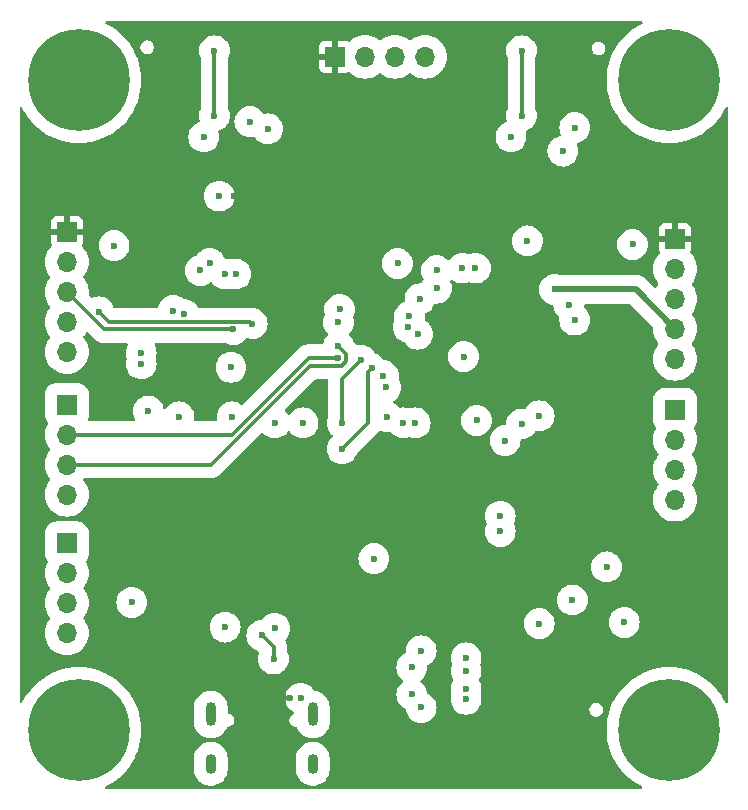
<source format=gbr>
%TF.GenerationSoftware,KiCad,Pcbnew,8.0.6*%
%TF.CreationDate,2024-12-12T23:36:56-08:00*%
%TF.ProjectId,KiCAD_MCPtest,4b694341-445f-44d4-9350-746573742e6b,rev?*%
%TF.SameCoordinates,Original*%
%TF.FileFunction,Copper,L4,Bot*%
%TF.FilePolarity,Positive*%
%FSLAX46Y46*%
G04 Gerber Fmt 4.6, Leading zero omitted, Abs format (unit mm)*
G04 Created by KiCad (PCBNEW 8.0.6) date 2024-12-12 23:36:56*
%MOMM*%
%LPD*%
G01*
G04 APERTURE LIST*
%TA.AperFunction,ComponentPad*%
%ADD10C,0.900000*%
%TD*%
%TA.AperFunction,ComponentPad*%
%ADD11C,8.600000*%
%TD*%
%TA.AperFunction,ComponentPad*%
%ADD12O,0.900000X1.700000*%
%TD*%
%TA.AperFunction,ComponentPad*%
%ADD13O,0.900000X2.000000*%
%TD*%
%TA.AperFunction,ComponentPad*%
%ADD14R,1.700000X1.700000*%
%TD*%
%TA.AperFunction,ComponentPad*%
%ADD15O,1.700000X1.700000*%
%TD*%
%TA.AperFunction,ViaPad*%
%ADD16C,0.600000*%
%TD*%
%TA.AperFunction,Conductor*%
%ADD17C,0.300000*%
%TD*%
%TA.AperFunction,Conductor*%
%ADD18C,0.500000*%
%TD*%
G04 APERTURE END LIST*
D10*
%TO.P,H4,1,1*%
%TO.N,GND*%
X101775000Y-103000000D03*
X102719581Y-100719581D03*
X102719581Y-105280419D03*
X105000000Y-99775000D03*
D11*
X105000000Y-103000000D03*
D10*
X105000000Y-106225000D03*
X107280419Y-100719581D03*
X107280419Y-105280419D03*
X108225000Y-103000000D03*
%TD*%
%TO.P,H3,1,1*%
%TO.N,GND*%
X151775000Y-103000000D03*
X152719581Y-100719581D03*
X152719581Y-105280419D03*
X155000000Y-99775000D03*
D11*
X155000000Y-103000000D03*
D10*
X155000000Y-106225000D03*
X157280419Y-100719581D03*
X157280419Y-105280419D03*
X158225000Y-103000000D03*
%TD*%
%TO.P,H2,1,1*%
%TO.N,GND*%
X158225000Y-48000000D03*
X157280419Y-50280419D03*
X157280419Y-45719581D03*
X155000000Y-51225000D03*
D11*
X155000000Y-48000000D03*
D10*
X155000000Y-44775000D03*
X152719581Y-50280419D03*
X152719581Y-45719581D03*
X151775000Y-48000000D03*
%TD*%
%TO.P,H1,1,1*%
%TO.N,GND*%
X101775000Y-48000000D03*
X102719581Y-45719581D03*
X102719581Y-50280419D03*
X105000000Y-44775000D03*
D11*
X105000000Y-48000000D03*
D10*
X105000000Y-51225000D03*
X107280419Y-45719581D03*
X107280419Y-50280419D03*
X108225000Y-48000000D03*
%TD*%
D12*
%TO.P,P1,S1,SHIELD*%
%TO.N,GND*%
X124820000Y-105865000D03*
D13*
X124820000Y-101695000D03*
D12*
X116180000Y-105865000D03*
D13*
X116180000Y-101695000D03*
%TD*%
D14*
%TO.P,J1,1,Pin_1*%
%TO.N,+5V*%
X126700000Y-46000000D03*
D15*
%TO.P,J1,2,Pin_2*%
%TO.N,CANH*%
X129240000Y-46000000D03*
%TO.P,J1,3,Pin_3*%
%TO.N,CANL*%
X131780000Y-46000000D03*
%TO.P,J1,4,Pin_4*%
%TO.N,GND*%
X134320000Y-46000000D03*
%TD*%
D14*
%TO.P,J3,1,Pin_1*%
%TO.N,+5V*%
X104000000Y-60840000D03*
D15*
%TO.P,J3,2,Pin_2*%
%TO.N,+3V3*%
X104000000Y-63380000D03*
%TO.P,J3,3,Pin_3*%
%TO.N,SWDIO*%
X104000000Y-65920000D03*
%TO.P,J3,4,Pin_4*%
%TO.N,SWCLK*%
X104000000Y-68460000D03*
%TO.P,J3,5,Pin_5*%
%TO.N,GND*%
X104000000Y-71000000D03*
%TD*%
%TO.P,J5,5,Pin_5*%
%TO.N,GND*%
X155500000Y-71580000D03*
%TO.P,J5,4,Pin_4*%
%TO.N,SWCLK2*%
X155500000Y-69040000D03*
%TO.P,J5,3,Pin_3*%
%TO.N,SWDIO2*%
X155500000Y-66500000D03*
%TO.P,J5,2,Pin_2*%
%TO.N,+3V3*%
X155500000Y-63960000D03*
D14*
%TO.P,J5,1,Pin_1*%
%TO.N,+5V*%
X155500000Y-61420000D03*
%TD*%
%TO.P,J6,1,Pin_1*%
%TO.N,+3V3*%
X155500000Y-75880000D03*
D15*
%TO.P,J6,2,Pin_2*%
%TO.N,USART1_TX2*%
X155500000Y-78420000D03*
%TO.P,J6,3,Pin_3*%
%TO.N,USART1_RX2*%
X155500000Y-80960000D03*
%TO.P,J6,4,Pin_4*%
%TO.N,GND*%
X155500000Y-83500000D03*
%TD*%
D14*
%TO.P,J4,1,Pin_1*%
%TO.N,+3V3*%
X104000000Y-75460000D03*
D15*
%TO.P,J4,2,Pin_2*%
%TO.N,USART1_TX*%
X104000000Y-78000000D03*
%TO.P,J4,3,Pin_3*%
%TO.N,USART1_RX*%
X104000000Y-80540000D03*
%TO.P,J4,4,Pin_4*%
%TO.N,GND*%
X104000000Y-83080000D03*
%TD*%
D14*
%TO.P,J2,1,Pin_1*%
%TO.N,+3V3*%
X104000000Y-87200000D03*
D15*
%TO.P,J2,2,Pin_2*%
%TO.N,I2C1_SCL*%
X104000000Y-89740000D03*
%TO.P,J2,3,Pin_3*%
%TO.N,I2C1_SDA*%
X104000000Y-92280000D03*
%TO.P,J2,4,Pin_4*%
%TO.N,GND*%
X104000000Y-94820000D03*
%TD*%
D16*
%TO.N,+3V3*%
X113900000Y-67800000D03*
%TO.N,+5V*%
X121500000Y-92200000D03*
X118100000Y-100300000D03*
X122900000Y-100300000D03*
%TO.N,GND*%
X117900000Y-72300000D03*
X118300000Y-64400000D03*
%TO.N,+3V3*%
X117400000Y-64400000D03*
X127100000Y-67400000D03*
%TO.N,GND*%
X127000000Y-68500000D03*
X137600000Y-71400000D03*
%TO.N,SWCLK2*%
X145300000Y-65700000D03*
%TO.N,+5V*%
X118135000Y-57800000D03*
%TO.N,+3V3*%
X119500000Y-51500000D03*
%TO.N,+5V*%
X145800000Y-89175000D03*
X147500000Y-88500000D03*
X144100000Y-57800000D03*
%TO.N,GND*%
X140700000Y-86200000D03*
X140700000Y-84900000D03*
X147000000Y-68300000D03*
%TO.N,+3V3*%
X146000000Y-54000000D03*
%TO.N,GND*%
X151900000Y-61900000D03*
X143000000Y-61600000D03*
X147000000Y-52000000D03*
X141600000Y-52800000D03*
X116900000Y-57800000D03*
X121000000Y-52100000D03*
X115600000Y-52800000D03*
X108000000Y-62000000D03*
X115300000Y-64100000D03*
X116100000Y-63500000D03*
X113000000Y-67500000D03*
X110300000Y-72000000D03*
X110300000Y-71100000D03*
X113500000Y-76500000D03*
%TO.N,+3V3*%
X110900000Y-76000000D03*
X144000000Y-76400000D03*
%TO.N,GND*%
X142500000Y-77100000D03*
%TO.N,+3V3*%
X141100000Y-78500000D03*
%TO.N,GND*%
X138700000Y-76800000D03*
X133500000Y-77000000D03*
X132500000Y-77000000D03*
%TO.N,+3V3*%
X131100000Y-76500000D03*
%TO.N,GND*%
X131000000Y-74000000D03*
X130800000Y-73000000D03*
X132900000Y-68900000D03*
X133700000Y-69500000D03*
X133000000Y-68000000D03*
X132000000Y-63500000D03*
X133900000Y-66500000D03*
X138600000Y-63900000D03*
%TO.N,+3V3*%
X135300000Y-65600000D03*
%TO.N,GND*%
X135300000Y-64100000D03*
%TO.N,+3V3*%
X137500000Y-63900000D03*
X146500000Y-67000000D03*
X146800000Y-92000000D03*
%TO.N,GND*%
X117400000Y-94300000D03*
X123800000Y-100300000D03*
X121600000Y-94400000D03*
X130000000Y-88500000D03*
%TO.N,+3V3*%
X134000000Y-96300000D03*
X133200000Y-97700000D03*
X133200000Y-100000000D03*
X134000000Y-101100000D03*
%TO.N,GND*%
X137800000Y-100400000D03*
X137800000Y-99500000D03*
X137800000Y-98000000D03*
X137800000Y-96900000D03*
X144000000Y-94000000D03*
X151200000Y-93900000D03*
X149700000Y-89200000D03*
%TO.N,I2C1_SDA*%
X127300000Y-79200000D03*
X129800000Y-72400000D03*
%TO.N,I2C1_SCL*%
X127300000Y-77000000D03*
X128900000Y-71700000D03*
%TO.N,SWCLK*%
X106700000Y-67600000D03*
X119700000Y-68600000D03*
%TO.N,SWDIO*%
X118100000Y-69100000D03*
%TO.N,+3V3*%
X121600000Y-77000000D03*
X124000000Y-77000000D03*
%TO.N,GND*%
X118000000Y-76500000D03*
%TO.N,+3V3*%
X109500000Y-92200000D03*
%TO.N,USB_CONN_D-*%
X121500000Y-97000000D03*
X120500000Y-95000000D03*
%TO.N,USART1_TX*%
X127000000Y-71500000D03*
%TO.N,USART1_RX*%
X127000000Y-70500000D03*
%TO.N,CANH*%
X142500000Y-45500000D03*
X142500000Y-51000000D03*
X116500000Y-45500000D03*
X116500000Y-51000000D03*
%TD*%
D17*
%TO.N,+5V*%
X118100000Y-100300000D02*
X122900000Y-100300000D01*
D18*
%TO.N,SWCLK2*%
X151200000Y-65700000D02*
X145300000Y-65700000D01*
X155500000Y-69040000D02*
X152160000Y-65700000D01*
X152160000Y-65700000D02*
X151200000Y-65700000D01*
D17*
%TO.N,I2C1_SDA*%
X129500000Y-77000000D02*
X127300000Y-79200000D01*
X129500000Y-72700000D02*
X129500000Y-77000000D01*
X129800000Y-72400000D02*
X129500000Y-72700000D01*
%TO.N,I2C1_SCL*%
X128900000Y-71700000D02*
X127300000Y-73300000D01*
X127300000Y-73300000D02*
X127300000Y-77000000D01*
%TO.N,SWCLK*%
X107550000Y-68450000D02*
X106700000Y-67600000D01*
X119700000Y-68600000D02*
X119550000Y-68450000D01*
X119550000Y-68450000D02*
X107550000Y-68450000D01*
%TO.N,SWDIO*%
X118100000Y-69100000D02*
X107180000Y-69100000D01*
X107180000Y-69100000D02*
X104000000Y-65920000D01*
%TO.N,USART1_RX*%
X127000000Y-70500000D02*
X127650000Y-71150000D01*
X127650000Y-71150000D02*
X127650000Y-71769239D01*
X124557106Y-72150000D02*
X116167106Y-80540000D01*
X127650000Y-71769239D02*
X127269239Y-72150000D01*
X116167106Y-80540000D02*
X104000000Y-80540000D01*
X127269239Y-72150000D02*
X124557106Y-72150000D01*
%TO.N,USART1_TX*%
X127000000Y-71500000D02*
X124500000Y-71500000D01*
X124500000Y-71500000D02*
X118000000Y-78000000D01*
X118000000Y-78000000D02*
X104000000Y-78000000D01*
%TO.N,USB_CONN_D-*%
X121500000Y-96000000D02*
X120500000Y-95000000D01*
X121500000Y-97000000D02*
X121500000Y-96000000D01*
%TO.N,CANH*%
X142500000Y-51000000D02*
X142500000Y-45500000D01*
X116500000Y-51000000D02*
X116500000Y-45500000D01*
%TD*%
%TA.AperFunction,Conductor*%
%TO.N,+5V*%
G36*
X152686013Y-43019685D02*
G01*
X152731768Y-43072489D01*
X152741712Y-43141647D01*
X152712687Y-43205203D01*
X152676231Y-43233989D01*
X152347234Y-43405253D01*
X151956857Y-43653950D01*
X151589664Y-43935707D01*
X151589659Y-43935711D01*
X151248411Y-44248408D01*
X151248408Y-44248411D01*
X150935711Y-44589659D01*
X150935707Y-44589664D01*
X150653950Y-44956857D01*
X150405253Y-45347234D01*
X150191540Y-45757773D01*
X150014414Y-46185395D01*
X149875233Y-46626817D01*
X149775052Y-47078704D01*
X149775051Y-47078713D01*
X149714638Y-47537592D01*
X149694450Y-48000000D01*
X149714638Y-48462407D01*
X149775051Y-48921286D01*
X149775052Y-48921295D01*
X149875233Y-49373182D01*
X150014414Y-49814604D01*
X150191540Y-50242226D01*
X150405253Y-50652765D01*
X150405257Y-50652771D01*
X150405259Y-50652775D01*
X150431861Y-50694532D01*
X150653950Y-51043142D01*
X150935707Y-51410335D01*
X150935711Y-51410340D01*
X151248408Y-51751588D01*
X151248411Y-51751591D01*
X151589659Y-52064288D01*
X151589664Y-52064292D01*
X151956857Y-52346049D01*
X151956862Y-52346052D01*
X152347225Y-52594741D01*
X152347231Y-52594744D01*
X152347234Y-52594746D01*
X152757773Y-52808459D01*
X152757778Y-52808461D01*
X153185395Y-52985586D01*
X153626823Y-53124768D01*
X154078701Y-53224947D01*
X154537591Y-53285361D01*
X155000000Y-53305550D01*
X155462409Y-53285361D01*
X155921299Y-53224947D01*
X156373177Y-53124768D01*
X156814605Y-52985586D01*
X157242222Y-52808461D01*
X157258476Y-52800000D01*
X157583952Y-52630568D01*
X157652775Y-52594741D01*
X158043138Y-52346052D01*
X158068369Y-52326692D01*
X158302201Y-52147266D01*
X158410342Y-52064287D01*
X158751590Y-51751590D01*
X159064287Y-51410342D01*
X159346052Y-51043138D01*
X159594741Y-50652775D01*
X159742240Y-50369431D01*
X159766011Y-50323768D01*
X159814426Y-50273393D01*
X159882391Y-50257190D01*
X159948327Y-50280304D01*
X159991299Y-50335396D01*
X160000000Y-50381025D01*
X160000000Y-100618974D01*
X159980315Y-100686013D01*
X159927511Y-100731768D01*
X159858353Y-100741712D01*
X159794797Y-100712687D01*
X159766011Y-100676231D01*
X159594746Y-100347234D01*
X159594744Y-100347231D01*
X159594741Y-100347225D01*
X159354060Y-99969432D01*
X159346049Y-99956857D01*
X159064292Y-99589664D01*
X159064288Y-99589659D01*
X158751591Y-99248411D01*
X158751588Y-99248408D01*
X158410340Y-98935711D01*
X158410335Y-98935707D01*
X158043142Y-98653950D01*
X157810238Y-98505574D01*
X157652775Y-98405259D01*
X157652771Y-98405257D01*
X157652765Y-98405253D01*
X157242226Y-98191540D01*
X156979977Y-98082913D01*
X156814605Y-98014414D01*
X156658536Y-97965205D01*
X156373182Y-97875233D01*
X155921295Y-97775052D01*
X155921286Y-97775051D01*
X155462407Y-97714638D01*
X155000000Y-97694450D01*
X154537592Y-97714638D01*
X154078713Y-97775051D01*
X154078704Y-97775052D01*
X153626817Y-97875233D01*
X153185395Y-98014414D01*
X152757773Y-98191540D01*
X152347234Y-98405253D01*
X151956857Y-98653950D01*
X151589664Y-98935707D01*
X151589659Y-98935711D01*
X151248411Y-99248408D01*
X151248408Y-99248411D01*
X150935711Y-99589659D01*
X150935707Y-99589664D01*
X150653950Y-99956857D01*
X150405253Y-100347234D01*
X150191540Y-100757773D01*
X150014414Y-101185395D01*
X149875233Y-101626817D01*
X149775052Y-102078704D01*
X149775051Y-102078713D01*
X149714638Y-102537592D01*
X149694450Y-103000000D01*
X149714638Y-103462407D01*
X149775051Y-103921286D01*
X149775052Y-103921295D01*
X149875233Y-104373182D01*
X150014414Y-104814604D01*
X150191540Y-105242226D01*
X150405253Y-105652765D01*
X150653950Y-106043142D01*
X150935707Y-106410335D01*
X150935711Y-106410340D01*
X151248408Y-106751588D01*
X151248411Y-106751591D01*
X151589659Y-107064288D01*
X151589664Y-107064292D01*
X151956857Y-107346049D01*
X151956862Y-107346052D01*
X152347225Y-107594741D01*
X152347231Y-107594744D01*
X152347234Y-107594746D01*
X152676231Y-107766011D01*
X152726606Y-107814426D01*
X152742809Y-107882391D01*
X152719695Y-107948327D01*
X152664603Y-107991300D01*
X152618974Y-108000000D01*
X107381026Y-108000000D01*
X107313987Y-107980315D01*
X107268232Y-107927511D01*
X107258288Y-107858353D01*
X107287313Y-107794797D01*
X107323769Y-107766011D01*
X107652765Y-107594746D01*
X107652775Y-107594741D01*
X108043138Y-107346052D01*
X108410342Y-107064287D01*
X108751590Y-106751590D01*
X109064287Y-106410342D01*
X109346052Y-106043138D01*
X109594741Y-105652775D01*
X109751920Y-105350837D01*
X114729500Y-105350837D01*
X114729500Y-106379162D01*
X114765215Y-106604660D01*
X114835770Y-106821803D01*
X114939421Y-107025228D01*
X115073621Y-107209937D01*
X115235063Y-107371379D01*
X115419772Y-107505579D01*
X115515884Y-107554550D01*
X115623196Y-107609229D01*
X115623198Y-107609229D01*
X115623201Y-107609231D01*
X115739592Y-107647049D01*
X115840339Y-107679784D01*
X116065838Y-107715500D01*
X116065843Y-107715500D01*
X116294162Y-107715500D01*
X116519660Y-107679784D01*
X116736799Y-107609231D01*
X116940228Y-107505579D01*
X117124937Y-107371379D01*
X117286379Y-107209937D01*
X117420579Y-107025228D01*
X117524231Y-106821799D01*
X117594784Y-106604660D01*
X117625561Y-106410342D01*
X117630500Y-106379162D01*
X117630500Y-105350837D01*
X123369500Y-105350837D01*
X123369500Y-106379162D01*
X123405215Y-106604660D01*
X123475770Y-106821803D01*
X123579421Y-107025228D01*
X123713621Y-107209937D01*
X123875063Y-107371379D01*
X124059772Y-107505579D01*
X124155884Y-107554550D01*
X124263196Y-107609229D01*
X124263198Y-107609229D01*
X124263201Y-107609231D01*
X124379592Y-107647049D01*
X124480339Y-107679784D01*
X124705838Y-107715500D01*
X124705843Y-107715500D01*
X124934162Y-107715500D01*
X125159660Y-107679784D01*
X125376799Y-107609231D01*
X125580228Y-107505579D01*
X125764937Y-107371379D01*
X125926379Y-107209937D01*
X126060579Y-107025228D01*
X126164231Y-106821799D01*
X126234784Y-106604660D01*
X126265561Y-106410342D01*
X126270500Y-106379162D01*
X126270500Y-105350837D01*
X126234784Y-105125339D01*
X126164229Y-104908196D01*
X126060578Y-104704771D01*
X125926379Y-104520063D01*
X125764937Y-104358621D01*
X125580228Y-104224421D01*
X125376803Y-104120770D01*
X125159660Y-104050215D01*
X124934162Y-104014500D01*
X124934157Y-104014500D01*
X124705843Y-104014500D01*
X124705838Y-104014500D01*
X124480339Y-104050215D01*
X124263196Y-104120770D01*
X124059771Y-104224421D01*
X123875061Y-104358622D01*
X123713622Y-104520061D01*
X123579421Y-104704771D01*
X123475770Y-104908196D01*
X123405215Y-105125339D01*
X123369500Y-105350837D01*
X117630500Y-105350837D01*
X117594784Y-105125339D01*
X117524229Y-104908196D01*
X117420578Y-104704771D01*
X117286379Y-104520063D01*
X117124937Y-104358621D01*
X116940228Y-104224421D01*
X116736803Y-104120770D01*
X116519660Y-104050215D01*
X116294162Y-104014500D01*
X116294157Y-104014500D01*
X116065843Y-104014500D01*
X116065838Y-104014500D01*
X115840339Y-104050215D01*
X115623196Y-104120770D01*
X115419771Y-104224421D01*
X115235061Y-104358622D01*
X115073622Y-104520061D01*
X114939421Y-104704771D01*
X114835770Y-104908196D01*
X114765215Y-105125339D01*
X114729500Y-105350837D01*
X109751920Y-105350837D01*
X109808461Y-105242222D01*
X109985586Y-104814605D01*
X110124768Y-104373177D01*
X110224947Y-103921299D01*
X110285361Y-103462409D01*
X110305550Y-103000000D01*
X110285361Y-102537591D01*
X110224947Y-102078701D01*
X110124768Y-101626823D01*
X109985586Y-101185395D01*
X109921566Y-101030837D01*
X114729500Y-101030837D01*
X114729500Y-102359162D01*
X114765215Y-102584660D01*
X114835770Y-102801803D01*
X114936757Y-103000000D01*
X114939421Y-103005228D01*
X115073621Y-103189937D01*
X115235063Y-103351379D01*
X115419772Y-103485579D01*
X115515884Y-103534550D01*
X115623196Y-103589229D01*
X115623198Y-103589229D01*
X115623201Y-103589231D01*
X115739592Y-103627049D01*
X115840339Y-103659784D01*
X116065838Y-103695500D01*
X116065843Y-103695500D01*
X116294162Y-103695500D01*
X116519660Y-103659784D01*
X116736799Y-103589231D01*
X116940228Y-103485579D01*
X117124937Y-103351379D01*
X117286379Y-103189937D01*
X117420579Y-103005228D01*
X117524231Y-102801799D01*
X117524230Y-102801799D01*
X117526443Y-102797458D01*
X117527422Y-102797956D01*
X117567977Y-102747639D01*
X117634273Y-102725579D01*
X117638690Y-102725500D01*
X117682472Y-102725500D01*
X117682475Y-102725500D01*
X117822485Y-102687984D01*
X117948015Y-102615509D01*
X118050509Y-102513015D01*
X118122984Y-102387485D01*
X118160500Y-102247475D01*
X118160500Y-102102525D01*
X118122984Y-101962515D01*
X118050509Y-101836985D01*
X117948015Y-101734491D01*
X117948013Y-101734490D01*
X117948011Y-101734488D01*
X117822488Y-101662017D01*
X117822489Y-101662017D01*
X117807163Y-101657910D01*
X117722404Y-101635199D01*
X117662746Y-101598834D01*
X117632217Y-101535987D01*
X117630500Y-101515425D01*
X117630500Y-101030837D01*
X117594784Y-100805339D01*
X117552834Y-100676231D01*
X117524231Y-100588201D01*
X117524229Y-100588198D01*
X117524229Y-100588196D01*
X117452025Y-100446488D01*
X117420579Y-100384772D01*
X117358987Y-100299998D01*
X122494532Y-100299998D01*
X122494532Y-100300001D01*
X122514364Y-100526686D01*
X122514366Y-100526697D01*
X122573258Y-100746488D01*
X122573261Y-100746497D01*
X122669431Y-100952732D01*
X122669432Y-100952734D01*
X122799954Y-101139141D01*
X122960858Y-101300045D01*
X122998909Y-101326688D01*
X123147266Y-101430568D01*
X123169882Y-101441114D01*
X123222319Y-101487284D01*
X123241472Y-101554478D01*
X123221257Y-101621359D01*
X123179477Y-101660881D01*
X123051991Y-101734487D01*
X123051982Y-101734493D01*
X122949493Y-101836982D01*
X122949488Y-101836988D01*
X122877017Y-101962511D01*
X122877016Y-101962515D01*
X122839500Y-102102525D01*
X122839500Y-102247475D01*
X122869427Y-102359162D01*
X122877017Y-102387488D01*
X122949488Y-102513011D01*
X122949490Y-102513013D01*
X122949491Y-102513015D01*
X123051985Y-102615509D01*
X123051986Y-102615510D01*
X123051988Y-102615511D01*
X123177511Y-102687982D01*
X123177512Y-102687982D01*
X123177515Y-102687984D01*
X123317525Y-102725500D01*
X123361310Y-102725500D01*
X123428349Y-102745185D01*
X123474104Y-102797989D01*
X123475731Y-102801726D01*
X123576757Y-103000000D01*
X123579421Y-103005228D01*
X123713621Y-103189937D01*
X123875063Y-103351379D01*
X124059772Y-103485579D01*
X124155884Y-103534550D01*
X124263196Y-103589229D01*
X124263198Y-103589229D01*
X124263201Y-103589231D01*
X124379592Y-103627049D01*
X124480339Y-103659784D01*
X124705838Y-103695500D01*
X124705843Y-103695500D01*
X124934162Y-103695500D01*
X125159660Y-103659784D01*
X125376799Y-103589231D01*
X125580228Y-103485579D01*
X125764937Y-103351379D01*
X125926379Y-103189937D01*
X126060579Y-103005228D01*
X126164231Y-102801799D01*
X126234784Y-102584660D01*
X126246131Y-102513017D01*
X126270500Y-102359162D01*
X126270500Y-101030837D01*
X126234784Y-100805339D01*
X126192834Y-100676231D01*
X126164231Y-100588201D01*
X126164229Y-100588198D01*
X126164229Y-100588196D01*
X126092025Y-100446488D01*
X126060579Y-100384772D01*
X125926379Y-100200063D01*
X125764937Y-100038621D01*
X125580228Y-99904421D01*
X125376799Y-99800769D01*
X125159660Y-99730216D01*
X125159658Y-99730215D01*
X125018637Y-99707879D01*
X124955503Y-99677949D01*
X124933971Y-99651491D01*
X124933673Y-99651701D01*
X124930782Y-99647573D01*
X124930654Y-99647415D01*
X124930569Y-99647268D01*
X124890231Y-99589659D01*
X124800047Y-99460861D01*
X124800045Y-99460858D01*
X124639141Y-99299954D01*
X124452734Y-99169432D01*
X124452732Y-99169431D01*
X124246497Y-99073261D01*
X124246488Y-99073258D01*
X124026697Y-99014366D01*
X124026693Y-99014365D01*
X124026692Y-99014365D01*
X124026691Y-99014364D01*
X124026686Y-99014364D01*
X123800002Y-98994532D01*
X123799998Y-98994532D01*
X123573313Y-99014364D01*
X123573302Y-99014366D01*
X123353511Y-99073258D01*
X123353502Y-99073261D01*
X123147267Y-99169431D01*
X123147265Y-99169432D01*
X122960858Y-99299954D01*
X122799954Y-99460858D01*
X122669432Y-99647265D01*
X122669431Y-99647267D01*
X122573261Y-99853502D01*
X122573258Y-99853511D01*
X122514366Y-100073302D01*
X122514364Y-100073313D01*
X122494532Y-100299998D01*
X117358987Y-100299998D01*
X117286379Y-100200063D01*
X117124937Y-100038621D01*
X116940228Y-99904421D01*
X116893518Y-99880621D01*
X116736803Y-99800770D01*
X116519660Y-99730215D01*
X116294162Y-99694500D01*
X116294157Y-99694500D01*
X116065843Y-99694500D01*
X116065838Y-99694500D01*
X115840339Y-99730215D01*
X115623196Y-99800770D01*
X115419771Y-99904421D01*
X115235061Y-100038622D01*
X115073622Y-100200061D01*
X114939421Y-100384771D01*
X114835770Y-100588196D01*
X114765215Y-100805339D01*
X114729500Y-101030837D01*
X109921566Y-101030837D01*
X109808461Y-100757778D01*
X109808459Y-100757773D01*
X109594746Y-100347234D01*
X109594744Y-100347231D01*
X109594741Y-100347225D01*
X109354060Y-99969432D01*
X109346049Y-99956857D01*
X109064292Y-99589664D01*
X109064288Y-99589659D01*
X108751591Y-99248411D01*
X108751588Y-99248408D01*
X108410340Y-98935711D01*
X108410335Y-98935707D01*
X108043142Y-98653950D01*
X107810238Y-98505574D01*
X107652775Y-98405259D01*
X107652771Y-98405257D01*
X107652765Y-98405253D01*
X107242226Y-98191540D01*
X106979977Y-98082913D01*
X106814605Y-98014414D01*
X106658536Y-97965205D01*
X106373182Y-97875233D01*
X105921295Y-97775052D01*
X105921286Y-97775051D01*
X105462407Y-97714638D01*
X105000000Y-97694450D01*
X104537592Y-97714638D01*
X104078713Y-97775051D01*
X104078704Y-97775052D01*
X103626817Y-97875233D01*
X103185395Y-98014414D01*
X102757773Y-98191540D01*
X102347234Y-98405253D01*
X101956857Y-98653950D01*
X101589664Y-98935707D01*
X101589659Y-98935711D01*
X101248411Y-99248408D01*
X101248408Y-99248411D01*
X100935711Y-99589659D01*
X100935707Y-99589664D01*
X100653950Y-99956857D01*
X100405253Y-100347234D01*
X100233989Y-100676231D01*
X100185574Y-100726606D01*
X100117609Y-100742809D01*
X100051673Y-100719695D01*
X100008700Y-100664603D01*
X100000000Y-100618974D01*
X100000000Y-89739998D01*
X102144773Y-89739998D01*
X102144773Y-89740001D01*
X102163657Y-90004027D01*
X102163658Y-90004034D01*
X102219921Y-90262673D01*
X102312426Y-90510690D01*
X102312428Y-90510694D01*
X102439280Y-90743005D01*
X102439285Y-90743013D01*
X102583520Y-90935690D01*
X102607937Y-91001155D01*
X102593085Y-91069427D01*
X102583520Y-91084310D01*
X102439285Y-91276986D01*
X102439280Y-91276994D01*
X102312428Y-91509305D01*
X102312426Y-91509309D01*
X102219921Y-91757326D01*
X102163658Y-92015965D01*
X102163657Y-92015972D01*
X102144773Y-92279998D01*
X102144773Y-92280001D01*
X102163657Y-92544027D01*
X102163658Y-92544034D01*
X102219921Y-92802673D01*
X102312426Y-93050690D01*
X102312428Y-93050694D01*
X102439280Y-93283005D01*
X102439285Y-93283013D01*
X102583520Y-93475690D01*
X102607937Y-93541155D01*
X102593085Y-93609427D01*
X102583520Y-93624310D01*
X102439285Y-93816986D01*
X102439280Y-93816994D01*
X102312428Y-94049305D01*
X102312426Y-94049309D01*
X102219921Y-94297326D01*
X102163658Y-94555965D01*
X102163657Y-94555972D01*
X102144773Y-94819998D01*
X102144773Y-94820001D01*
X102163657Y-95084027D01*
X102163658Y-95084034D01*
X102219921Y-95342673D01*
X102312426Y-95590690D01*
X102312428Y-95590694D01*
X102439280Y-95823005D01*
X102439285Y-95823013D01*
X102597906Y-96034907D01*
X102597922Y-96034925D01*
X102785074Y-96222077D01*
X102785092Y-96222093D01*
X102996986Y-96380714D01*
X102996994Y-96380719D01*
X103229305Y-96507571D01*
X103229309Y-96507573D01*
X103229311Y-96507574D01*
X103477322Y-96600077D01*
X103477325Y-96600077D01*
X103477326Y-96600078D01*
X103672552Y-96642546D01*
X103735974Y-96656343D01*
X103979660Y-96673772D01*
X103999999Y-96675227D01*
X104000000Y-96675227D01*
X104000001Y-96675227D01*
X104018885Y-96673876D01*
X104264026Y-96656343D01*
X104522678Y-96600077D01*
X104770689Y-96507574D01*
X105003011Y-96380716D01*
X105214915Y-96222087D01*
X105402087Y-96034915D01*
X105560716Y-95823011D01*
X105687574Y-95590689D01*
X105780077Y-95342678D01*
X105836343Y-95084026D01*
X105855227Y-94820000D01*
X105836343Y-94555974D01*
X105780659Y-94299998D01*
X116094532Y-94299998D01*
X116094532Y-94300001D01*
X116114364Y-94526686D01*
X116114366Y-94526697D01*
X116173258Y-94746488D01*
X116173261Y-94746497D01*
X116269431Y-94952732D01*
X116269432Y-94952734D01*
X116399954Y-95139141D01*
X116560858Y-95300045D01*
X116607693Y-95332839D01*
X116747266Y-95430568D01*
X116953504Y-95526739D01*
X117173308Y-95585635D01*
X117335230Y-95599801D01*
X117399998Y-95605468D01*
X117400000Y-95605468D01*
X117400002Y-95605468D01*
X117456673Y-95600509D01*
X117626692Y-95585635D01*
X117846496Y-95526739D01*
X118052734Y-95430568D01*
X118239139Y-95300047D01*
X118400047Y-95139139D01*
X118497474Y-94999998D01*
X119194532Y-94999998D01*
X119194532Y-95000001D01*
X119214364Y-95226686D01*
X119214366Y-95226697D01*
X119273258Y-95446488D01*
X119273261Y-95446497D01*
X119369431Y-95652732D01*
X119369432Y-95652734D01*
X119499954Y-95839141D01*
X119660858Y-96000045D01*
X119660861Y-96000047D01*
X119847266Y-96130568D01*
X120043506Y-96222077D01*
X120053504Y-96226739D01*
X120053507Y-96226740D01*
X120084496Y-96235043D01*
X120140085Y-96267137D01*
X120260582Y-96387634D01*
X120294067Y-96448957D01*
X120289083Y-96518649D01*
X120285285Y-96527715D01*
X120273264Y-96553496D01*
X120273258Y-96553511D01*
X120214366Y-96773302D01*
X120214364Y-96773313D01*
X120194532Y-96999998D01*
X120194532Y-97000001D01*
X120214364Y-97226686D01*
X120214366Y-97226697D01*
X120273258Y-97446488D01*
X120273261Y-97446497D01*
X120369431Y-97652732D01*
X120369432Y-97652734D01*
X120499954Y-97839141D01*
X120660858Y-98000045D01*
X120660861Y-98000047D01*
X120847266Y-98130568D01*
X121053504Y-98226739D01*
X121273308Y-98285635D01*
X121435230Y-98299801D01*
X121499998Y-98305468D01*
X121500000Y-98305468D01*
X121500002Y-98305468D01*
X121556673Y-98300509D01*
X121726692Y-98285635D01*
X121946496Y-98226739D01*
X122152734Y-98130568D01*
X122339139Y-98000047D01*
X122500047Y-97839139D01*
X122597474Y-97699998D01*
X131894532Y-97699998D01*
X131894532Y-97700001D01*
X131914364Y-97926686D01*
X131914366Y-97926697D01*
X131973258Y-98146488D01*
X131973261Y-98146497D01*
X132069431Y-98352732D01*
X132069432Y-98352734D01*
X132199954Y-98539141D01*
X132360858Y-98700045D01*
X132429952Y-98748425D01*
X132473577Y-98803002D01*
X132480771Y-98872500D01*
X132449248Y-98934855D01*
X132429952Y-98951575D01*
X132360858Y-98999954D01*
X132199954Y-99160858D01*
X132069432Y-99347265D01*
X132069431Y-99347267D01*
X131973261Y-99553502D01*
X131973258Y-99553511D01*
X131914366Y-99773302D01*
X131914364Y-99773313D01*
X131894532Y-99999998D01*
X131894532Y-100000001D01*
X131914364Y-100226686D01*
X131914366Y-100226697D01*
X131973258Y-100446488D01*
X131973261Y-100446497D01*
X132069431Y-100652732D01*
X132069432Y-100652734D01*
X132199954Y-100839141D01*
X132360858Y-101000045D01*
X132360861Y-101000047D01*
X132547266Y-101130568D01*
X132638699Y-101173204D01*
X132691138Y-101219377D01*
X132709822Y-101274776D01*
X132714364Y-101326688D01*
X132714366Y-101326697D01*
X132773258Y-101546488D01*
X132773261Y-101546497D01*
X132869431Y-101752732D01*
X132869432Y-101752734D01*
X132999954Y-101939141D01*
X133160858Y-102100045D01*
X133160861Y-102100047D01*
X133347266Y-102230568D01*
X133553504Y-102326739D01*
X133773308Y-102385635D01*
X133935230Y-102399801D01*
X133999998Y-102405468D01*
X134000000Y-102405468D01*
X134000002Y-102405468D01*
X134056673Y-102400509D01*
X134226692Y-102385635D01*
X134446496Y-102326739D01*
X134652734Y-102230568D01*
X134839139Y-102100047D01*
X135000047Y-101939139D01*
X135130568Y-101752734D01*
X135226739Y-101546496D01*
X135285635Y-101326692D01*
X135305468Y-101100000D01*
X135303597Y-101078619D01*
X135292584Y-100952734D01*
X135285635Y-100873308D01*
X135226739Y-100653504D01*
X135130568Y-100447266D01*
X135000047Y-100260861D01*
X135000045Y-100260858D01*
X134839141Y-100099954D01*
X134652733Y-99969431D01*
X134561298Y-99926794D01*
X134508859Y-99880621D01*
X134490176Y-99825218D01*
X134488037Y-99800770D01*
X134485635Y-99773308D01*
X134426739Y-99553504D01*
X134330568Y-99347266D01*
X134232839Y-99207693D01*
X134200045Y-99160858D01*
X134039142Y-98999955D01*
X134029211Y-98993001D01*
X133970046Y-98951574D01*
X133926422Y-98896999D01*
X133919228Y-98827501D01*
X133950750Y-98765146D01*
X133970047Y-98748425D01*
X134039139Y-98700047D01*
X134200047Y-98539139D01*
X134330568Y-98352734D01*
X134426739Y-98146496D01*
X134485635Y-97926692D01*
X134505468Y-97700000D01*
X134496159Y-97593602D01*
X134509925Y-97525104D01*
X134558540Y-97474921D01*
X134567270Y-97470420D01*
X134652734Y-97430568D01*
X134839139Y-97300047D01*
X135000047Y-97139139D01*
X135130568Y-96952734D01*
X135155159Y-96899998D01*
X136494532Y-96899998D01*
X136494532Y-96900001D01*
X136514364Y-97126686D01*
X136514366Y-97126697D01*
X136573258Y-97346488D01*
X136573260Y-97346492D01*
X136573261Y-97346496D01*
X136597088Y-97397593D01*
X136597089Y-97397595D01*
X136607581Y-97466673D01*
X136597089Y-97502405D01*
X136573262Y-97553502D01*
X136573258Y-97553511D01*
X136514366Y-97773302D01*
X136514364Y-97773313D01*
X136494532Y-97999998D01*
X136494532Y-98000001D01*
X136514364Y-98226686D01*
X136514366Y-98226697D01*
X136573258Y-98446488D01*
X136573261Y-98446497D01*
X136669434Y-98652738D01*
X136669435Y-98652741D01*
X136687737Y-98678879D01*
X136710064Y-98745085D01*
X136693052Y-98812852D01*
X136687737Y-98821121D01*
X136669435Y-98847258D01*
X136669434Y-98847261D01*
X136573261Y-99053502D01*
X136573258Y-99053511D01*
X136514366Y-99273302D01*
X136514364Y-99273313D01*
X136494532Y-99499998D01*
X136494532Y-99500001D01*
X136514364Y-99726686D01*
X136514365Y-99726694D01*
X136526856Y-99773309D01*
X136565601Y-99917908D01*
X136565601Y-99982091D01*
X136550454Y-100038621D01*
X136514365Y-100173305D01*
X136514364Y-100173313D01*
X136494532Y-100399998D01*
X136494532Y-100400001D01*
X136514364Y-100626686D01*
X136514366Y-100626697D01*
X136573258Y-100846488D01*
X136573261Y-100846497D01*
X136669431Y-101052732D01*
X136669432Y-101052734D01*
X136799954Y-101239141D01*
X136960858Y-101400045D01*
X136960861Y-101400047D01*
X137147266Y-101530568D01*
X137353504Y-101626739D01*
X137573308Y-101685635D01*
X137735230Y-101699801D01*
X137799998Y-101705468D01*
X137800000Y-101705468D01*
X137800002Y-101705468D01*
X137856673Y-101700509D01*
X138026692Y-101685635D01*
X138246496Y-101626739D01*
X138452734Y-101530568D01*
X138639139Y-101400047D01*
X138800047Y-101239139D01*
X138810302Y-101224493D01*
X148250464Y-101224493D01*
X148250464Y-101375507D01*
X148268043Y-101441112D01*
X148289551Y-101521380D01*
X148334270Y-101598834D01*
X148365057Y-101652159D01*
X148471841Y-101758943D01*
X148563767Y-101812016D01*
X148602619Y-101834448D01*
X148602620Y-101834448D01*
X148602623Y-101834450D01*
X148748493Y-101873536D01*
X148899504Y-101873536D01*
X148899507Y-101873536D01*
X149045377Y-101834450D01*
X149176159Y-101758943D01*
X149282943Y-101652159D01*
X149358450Y-101521377D01*
X149397536Y-101375507D01*
X149400000Y-101300000D01*
X149397536Y-101224493D01*
X149358450Y-101078623D01*
X149282943Y-100947841D01*
X149176159Y-100841057D01*
X149114294Y-100805339D01*
X149045380Y-100765551D01*
X149045381Y-100765551D01*
X149016353Y-100757773D01*
X148899507Y-100726464D01*
X148899504Y-100726464D01*
X148748496Y-100726464D01*
X148748493Y-100726464D01*
X148631647Y-100757773D01*
X148602619Y-100765551D01*
X148471844Y-100841055D01*
X148471838Y-100841059D01*
X148365059Y-100947838D01*
X148365055Y-100947844D01*
X148289551Y-101078619D01*
X148289550Y-101078623D01*
X148250464Y-101224493D01*
X138810302Y-101224493D01*
X138930568Y-101052734D01*
X139026739Y-100846496D01*
X139085635Y-100626692D01*
X139105468Y-100400000D01*
X139085635Y-100173308D01*
X139034398Y-99982087D01*
X139034398Y-99917912D01*
X139085635Y-99726692D01*
X139105468Y-99500000D01*
X139085635Y-99273308D01*
X139026739Y-99053504D01*
X138930568Y-98847266D01*
X138912260Y-98821120D01*
X138889935Y-98754918D01*
X138906945Y-98687150D01*
X138912247Y-98678898D01*
X138930568Y-98652734D01*
X139026739Y-98446496D01*
X139085635Y-98226692D01*
X139105468Y-98000000D01*
X139085635Y-97773308D01*
X139026739Y-97553504D01*
X139002910Y-97502405D01*
X138992418Y-97433330D01*
X139002910Y-97397595D01*
X139026739Y-97346496D01*
X139085635Y-97126692D01*
X139105468Y-96900000D01*
X139085635Y-96673308D01*
X139026739Y-96453504D01*
X138930568Y-96247266D01*
X138800047Y-96060861D01*
X138800045Y-96060858D01*
X138639141Y-95899954D01*
X138452734Y-95769432D01*
X138452732Y-95769431D01*
X138246497Y-95673261D01*
X138246488Y-95673258D01*
X138026697Y-95614366D01*
X138026693Y-95614365D01*
X138026692Y-95614365D01*
X138026691Y-95614364D01*
X138026686Y-95614364D01*
X137800002Y-95594532D01*
X137799998Y-95594532D01*
X137573313Y-95614364D01*
X137573302Y-95614366D01*
X137353511Y-95673258D01*
X137353502Y-95673261D01*
X137147267Y-95769431D01*
X137147265Y-95769432D01*
X136960858Y-95899954D01*
X136799954Y-96060858D01*
X136669432Y-96247265D01*
X136669431Y-96247267D01*
X136573261Y-96453502D01*
X136573258Y-96453511D01*
X136514366Y-96673302D01*
X136514364Y-96673313D01*
X136494532Y-96899998D01*
X135155159Y-96899998D01*
X135226739Y-96746496D01*
X135285635Y-96526692D01*
X135305468Y-96300000D01*
X135285635Y-96073308D01*
X135226739Y-95853504D01*
X135130568Y-95647266D01*
X135000047Y-95460861D01*
X135000045Y-95460858D01*
X134839141Y-95299954D01*
X134652734Y-95169432D01*
X134652732Y-95169431D01*
X134446497Y-95073261D01*
X134446488Y-95073258D01*
X134226697Y-95014366D01*
X134226693Y-95014365D01*
X134226692Y-95014365D01*
X134226691Y-95014364D01*
X134226686Y-95014364D01*
X134000002Y-94994532D01*
X133999998Y-94994532D01*
X133773313Y-95014364D01*
X133773302Y-95014366D01*
X133553511Y-95073258D01*
X133553502Y-95073261D01*
X133347267Y-95169431D01*
X133347265Y-95169432D01*
X133160858Y-95299954D01*
X132999954Y-95460858D01*
X132869432Y-95647265D01*
X132869431Y-95647267D01*
X132773261Y-95853502D01*
X132773258Y-95853511D01*
X132714366Y-96073302D01*
X132714364Y-96073313D01*
X132694532Y-96299998D01*
X132694532Y-96300003D01*
X132703839Y-96406396D01*
X132690072Y-96474896D01*
X132641456Y-96525078D01*
X132632718Y-96529583D01*
X132547267Y-96569430D01*
X132547264Y-96569432D01*
X132360858Y-96699954D01*
X132199954Y-96860858D01*
X132069432Y-97047265D01*
X132069431Y-97047267D01*
X131973261Y-97253502D01*
X131973258Y-97253511D01*
X131914366Y-97473302D01*
X131914364Y-97473313D01*
X131894532Y-97699998D01*
X122597474Y-97699998D01*
X122630568Y-97652734D01*
X122726739Y-97446496D01*
X122785635Y-97226692D01*
X122805468Y-97000000D01*
X122785635Y-96773308D01*
X122726739Y-96553504D01*
X122662118Y-96414924D01*
X122650500Y-96362519D01*
X122650500Y-96095682D01*
X122650501Y-96095657D01*
X122650501Y-95909448D01*
X122622172Y-95730590D01*
X122584408Y-95614365D01*
X122566211Y-95558361D01*
X122566209Y-95558358D01*
X122566209Y-95558356D01*
X122516536Y-95460869D01*
X122516530Y-95460858D01*
X122510784Y-95449580D01*
X122497884Y-95380915D01*
X122524156Y-95316173D01*
X122533572Y-95305612D01*
X122600047Y-95239139D01*
X122730568Y-95052734D01*
X122826739Y-94846496D01*
X122885635Y-94626692D01*
X122905468Y-94400000D01*
X122885635Y-94173308D01*
X122839197Y-93999998D01*
X142694532Y-93999998D01*
X142694532Y-94000001D01*
X142714364Y-94226686D01*
X142714366Y-94226697D01*
X142773258Y-94446488D01*
X142773261Y-94446497D01*
X142869431Y-94652732D01*
X142869432Y-94652734D01*
X142999954Y-94839141D01*
X143160858Y-95000045D01*
X143160861Y-95000047D01*
X143347266Y-95130568D01*
X143553504Y-95226739D01*
X143773308Y-95285635D01*
X143935230Y-95299801D01*
X143999998Y-95305468D01*
X144000000Y-95305468D01*
X144000002Y-95305468D01*
X144063025Y-95299954D01*
X144226692Y-95285635D01*
X144446496Y-95226739D01*
X144652734Y-95130568D01*
X144839139Y-95000047D01*
X145000047Y-94839139D01*
X145130568Y-94652734D01*
X145226739Y-94446496D01*
X145285635Y-94226692D01*
X145305468Y-94000000D01*
X145296719Y-93899998D01*
X149894532Y-93899998D01*
X149894532Y-93900001D01*
X149914364Y-94126686D01*
X149914366Y-94126697D01*
X149973258Y-94346488D01*
X149973261Y-94346497D01*
X150069431Y-94552732D01*
X150069432Y-94552734D01*
X150199954Y-94739141D01*
X150360858Y-94900045D01*
X150360861Y-94900047D01*
X150547266Y-95030568D01*
X150753504Y-95126739D01*
X150973308Y-95185635D01*
X151135230Y-95199801D01*
X151199998Y-95205468D01*
X151200000Y-95205468D01*
X151200002Y-95205468D01*
X151256673Y-95200509D01*
X151426692Y-95185635D01*
X151646496Y-95126739D01*
X151852734Y-95030568D01*
X152039139Y-94900047D01*
X152200047Y-94739139D01*
X152330568Y-94552734D01*
X152426739Y-94346496D01*
X152485635Y-94126692D01*
X152505468Y-93900000D01*
X152485635Y-93673308D01*
X152428710Y-93460861D01*
X152426741Y-93453511D01*
X152426738Y-93453502D01*
X152401768Y-93399954D01*
X152330568Y-93247266D01*
X152232839Y-93107693D01*
X152200045Y-93060858D01*
X152039141Y-92899954D01*
X151852734Y-92769432D01*
X151852732Y-92769431D01*
X151646497Y-92673261D01*
X151646488Y-92673258D01*
X151426697Y-92614366D01*
X151426693Y-92614365D01*
X151426692Y-92614365D01*
X151426691Y-92614364D01*
X151426686Y-92614364D01*
X151200002Y-92594532D01*
X151199998Y-92594532D01*
X150973313Y-92614364D01*
X150973302Y-92614366D01*
X150753511Y-92673258D01*
X150753502Y-92673261D01*
X150547267Y-92769431D01*
X150547265Y-92769432D01*
X150360858Y-92899954D01*
X150199954Y-93060858D01*
X150069432Y-93247265D01*
X150069431Y-93247267D01*
X149973261Y-93453502D01*
X149973258Y-93453511D01*
X149914366Y-93673302D01*
X149914364Y-93673313D01*
X149894532Y-93899998D01*
X145296719Y-93899998D01*
X145285635Y-93773308D01*
X145228710Y-93560859D01*
X145226741Y-93553511D01*
X145226738Y-93553502D01*
X145225105Y-93550000D01*
X145130568Y-93347266D01*
X145027484Y-93200045D01*
X145000045Y-93160858D01*
X144839141Y-92999954D01*
X144652734Y-92869432D01*
X144652732Y-92869431D01*
X144446497Y-92773261D01*
X144446488Y-92773258D01*
X144226697Y-92714366D01*
X144226693Y-92714365D01*
X144226692Y-92714365D01*
X144226691Y-92714364D01*
X144226686Y-92714364D01*
X144000002Y-92694532D01*
X143999998Y-92694532D01*
X143773313Y-92714364D01*
X143773302Y-92714366D01*
X143553511Y-92773258D01*
X143553502Y-92773261D01*
X143347267Y-92869431D01*
X143347265Y-92869432D01*
X143160858Y-92999954D01*
X142999954Y-93160858D01*
X142869432Y-93347265D01*
X142869431Y-93347267D01*
X142773261Y-93553502D01*
X142773258Y-93553511D01*
X142714366Y-93773302D01*
X142714364Y-93773313D01*
X142694532Y-93999998D01*
X122839197Y-93999998D01*
X122826739Y-93953504D01*
X122730568Y-93747266D01*
X122600047Y-93560861D01*
X122600045Y-93560858D01*
X122439141Y-93399954D01*
X122252734Y-93269432D01*
X122252732Y-93269431D01*
X122046497Y-93173261D01*
X122046488Y-93173258D01*
X121826697Y-93114366D01*
X121826693Y-93114365D01*
X121826692Y-93114365D01*
X121826691Y-93114364D01*
X121826686Y-93114364D01*
X121600002Y-93094532D01*
X121599998Y-93094532D01*
X121373313Y-93114364D01*
X121373302Y-93114366D01*
X121153511Y-93173258D01*
X121153502Y-93173261D01*
X120947267Y-93269431D01*
X120947265Y-93269432D01*
X120760858Y-93399954D01*
X120599953Y-93560859D01*
X120539936Y-93646574D01*
X120485359Y-93690199D01*
X120449169Y-93698979D01*
X120273312Y-93714364D01*
X120273302Y-93714366D01*
X120053511Y-93773258D01*
X120053502Y-93773261D01*
X119847267Y-93869431D01*
X119847265Y-93869432D01*
X119660858Y-93999954D01*
X119499954Y-94160858D01*
X119369432Y-94347265D01*
X119369431Y-94347267D01*
X119273261Y-94553502D01*
X119273258Y-94553511D01*
X119214366Y-94773302D01*
X119214364Y-94773313D01*
X119194532Y-94999998D01*
X118497474Y-94999998D01*
X118530568Y-94952734D01*
X118626739Y-94746496D01*
X118685635Y-94526692D01*
X118705468Y-94300000D01*
X118685635Y-94073308D01*
X118626739Y-93853504D01*
X118530568Y-93647266D01*
X118400047Y-93460861D01*
X118400045Y-93460858D01*
X118239141Y-93299954D01*
X118052734Y-93169432D01*
X118052732Y-93169431D01*
X117846497Y-93073261D01*
X117846488Y-93073258D01*
X117626697Y-93014366D01*
X117626693Y-93014365D01*
X117626692Y-93014365D01*
X117626691Y-93014364D01*
X117626686Y-93014364D01*
X117400002Y-92994532D01*
X117399998Y-92994532D01*
X117173313Y-93014364D01*
X117173302Y-93014366D01*
X116953511Y-93073258D01*
X116953502Y-93073261D01*
X116747267Y-93169431D01*
X116747265Y-93169432D01*
X116560858Y-93299954D01*
X116399954Y-93460858D01*
X116269432Y-93647265D01*
X116269431Y-93647267D01*
X116173261Y-93853502D01*
X116173258Y-93853511D01*
X116114366Y-94073302D01*
X116114364Y-94073313D01*
X116094532Y-94299998D01*
X105780659Y-94299998D01*
X105780077Y-94297322D01*
X105687574Y-94049311D01*
X105660622Y-93999953D01*
X105560719Y-93816994D01*
X105560714Y-93816986D01*
X105416479Y-93624310D01*
X105392062Y-93558846D01*
X105406914Y-93490573D01*
X105416479Y-93475690D01*
X105478263Y-93393155D01*
X105560716Y-93283011D01*
X105687574Y-93050689D01*
X105780077Y-92802678D01*
X105836343Y-92544026D01*
X105855227Y-92280000D01*
X105849505Y-92199998D01*
X108194532Y-92199998D01*
X108194532Y-92200001D01*
X108214364Y-92426686D01*
X108214366Y-92426697D01*
X108273258Y-92646488D01*
X108273261Y-92646497D01*
X108369431Y-92852732D01*
X108369432Y-92852734D01*
X108499954Y-93039141D01*
X108660858Y-93200045D01*
X108660861Y-93200047D01*
X108847266Y-93330568D01*
X109053504Y-93426739D01*
X109273308Y-93485635D01*
X109435230Y-93499801D01*
X109499998Y-93505468D01*
X109500000Y-93505468D01*
X109500002Y-93505468D01*
X109556673Y-93500509D01*
X109726692Y-93485635D01*
X109946496Y-93426739D01*
X110152734Y-93330568D01*
X110339139Y-93200047D01*
X110500047Y-93039139D01*
X110630568Y-92852734D01*
X110726739Y-92646496D01*
X110785635Y-92426692D01*
X110805468Y-92200000D01*
X110787970Y-91999998D01*
X145494532Y-91999998D01*
X145494532Y-92000001D01*
X145514364Y-92226686D01*
X145514366Y-92226697D01*
X145573258Y-92446488D01*
X145573261Y-92446497D01*
X145669431Y-92652732D01*
X145669432Y-92652734D01*
X145799954Y-92839141D01*
X145960858Y-93000045D01*
X145960861Y-93000047D01*
X146147266Y-93130568D01*
X146353504Y-93226739D01*
X146573308Y-93285635D01*
X146735230Y-93299801D01*
X146799998Y-93305468D01*
X146800000Y-93305468D01*
X146800002Y-93305468D01*
X146863025Y-93299954D01*
X147026692Y-93285635D01*
X147246496Y-93226739D01*
X147452734Y-93130568D01*
X147639139Y-93000047D01*
X147800047Y-92839139D01*
X147930568Y-92652734D01*
X148026739Y-92446496D01*
X148085635Y-92226692D01*
X148105468Y-92000000D01*
X148085635Y-91773308D01*
X148026739Y-91553504D01*
X147930568Y-91347266D01*
X147800047Y-91160861D01*
X147800045Y-91160858D01*
X147639141Y-90999954D01*
X147452734Y-90869432D01*
X147452732Y-90869431D01*
X147246497Y-90773261D01*
X147246488Y-90773258D01*
X147026697Y-90714366D01*
X147026693Y-90714365D01*
X147026692Y-90714365D01*
X147026691Y-90714364D01*
X147026686Y-90714364D01*
X146800002Y-90694532D01*
X146799998Y-90694532D01*
X146573313Y-90714364D01*
X146573302Y-90714366D01*
X146353511Y-90773258D01*
X146353502Y-90773261D01*
X146147267Y-90869431D01*
X146147265Y-90869432D01*
X145960858Y-90999954D01*
X145799954Y-91160858D01*
X145669432Y-91347265D01*
X145669431Y-91347267D01*
X145573261Y-91553502D01*
X145573258Y-91553511D01*
X145514366Y-91773302D01*
X145514364Y-91773313D01*
X145494532Y-91999998D01*
X110787970Y-91999998D01*
X110785635Y-91973308D01*
X110732047Y-91773313D01*
X110726741Y-91753511D01*
X110726738Y-91753502D01*
X110633480Y-91553511D01*
X110630568Y-91547266D01*
X110500047Y-91360861D01*
X110500045Y-91360858D01*
X110339141Y-91199954D01*
X110152734Y-91069432D01*
X110152732Y-91069431D01*
X109946497Y-90973261D01*
X109946488Y-90973258D01*
X109726697Y-90914366D01*
X109726693Y-90914365D01*
X109726692Y-90914365D01*
X109726691Y-90914364D01*
X109726686Y-90914364D01*
X109500002Y-90894532D01*
X109499998Y-90894532D01*
X109273313Y-90914364D01*
X109273302Y-90914366D01*
X109053511Y-90973258D01*
X109053502Y-90973261D01*
X108847267Y-91069431D01*
X108847265Y-91069432D01*
X108660858Y-91199954D01*
X108499954Y-91360858D01*
X108369432Y-91547265D01*
X108369431Y-91547267D01*
X108273261Y-91753502D01*
X108273258Y-91753511D01*
X108214366Y-91973302D01*
X108214364Y-91973313D01*
X108194532Y-92199998D01*
X105849505Y-92199998D01*
X105836343Y-92015974D01*
X105780077Y-91757322D01*
X105687574Y-91509311D01*
X105599090Y-91347266D01*
X105560719Y-91276994D01*
X105560714Y-91276986D01*
X105416479Y-91084310D01*
X105392062Y-91018846D01*
X105406914Y-90950573D01*
X105416479Y-90935690D01*
X105538073Y-90773258D01*
X105560716Y-90743011D01*
X105687574Y-90510689D01*
X105780077Y-90262678D01*
X105836343Y-90004026D01*
X105855227Y-89740000D01*
X105854278Y-89726738D01*
X105847400Y-89630567D01*
X105836343Y-89475974D01*
X105780077Y-89217322D01*
X105687574Y-88969311D01*
X105608717Y-88824896D01*
X105593865Y-88756624D01*
X105618282Y-88691159D01*
X105621426Y-88687134D01*
X105689698Y-88603407D01*
X105743714Y-88499998D01*
X128694532Y-88499998D01*
X128694532Y-88500001D01*
X128714364Y-88726686D01*
X128714366Y-88726697D01*
X128773258Y-88946488D01*
X128773261Y-88946497D01*
X128869431Y-89152732D01*
X128869432Y-89152734D01*
X128999954Y-89339141D01*
X129160858Y-89500045D01*
X129160861Y-89500047D01*
X129347266Y-89630568D01*
X129553504Y-89726739D01*
X129553509Y-89726740D01*
X129553511Y-89726741D01*
X129602995Y-89740000D01*
X129773308Y-89785635D01*
X129935230Y-89799801D01*
X129999998Y-89805468D01*
X130000000Y-89805468D01*
X130000002Y-89805468D01*
X130056673Y-89800509D01*
X130226692Y-89785635D01*
X130446496Y-89726739D01*
X130652734Y-89630568D01*
X130839139Y-89500047D01*
X131000047Y-89339139D01*
X131097474Y-89199998D01*
X148394532Y-89199998D01*
X148394532Y-89200001D01*
X148414364Y-89426686D01*
X148414366Y-89426697D01*
X148473258Y-89646488D01*
X148473261Y-89646497D01*
X148569431Y-89852732D01*
X148569432Y-89852734D01*
X148699954Y-90039141D01*
X148860858Y-90200045D01*
X148860861Y-90200047D01*
X149047266Y-90330568D01*
X149253504Y-90426739D01*
X149473308Y-90485635D01*
X149635230Y-90499801D01*
X149699998Y-90505468D01*
X149700000Y-90505468D01*
X149700002Y-90505468D01*
X149756673Y-90500509D01*
X149926692Y-90485635D01*
X150146496Y-90426739D01*
X150352734Y-90330568D01*
X150539139Y-90200047D01*
X150700047Y-90039139D01*
X150830568Y-89852734D01*
X150926739Y-89646496D01*
X150985635Y-89426692D01*
X151005468Y-89200000D01*
X150985635Y-88973308D01*
X150926739Y-88753504D01*
X150830568Y-88547266D01*
X150700047Y-88360861D01*
X150700045Y-88360858D01*
X150539141Y-88199954D01*
X150352734Y-88069432D01*
X150352732Y-88069431D01*
X150146497Y-87973261D01*
X150146488Y-87973258D01*
X149926697Y-87914366D01*
X149926693Y-87914365D01*
X149926692Y-87914365D01*
X149926691Y-87914364D01*
X149926686Y-87914364D01*
X149700002Y-87894532D01*
X149699998Y-87894532D01*
X149473313Y-87914364D01*
X149473302Y-87914366D01*
X149253511Y-87973258D01*
X149253502Y-87973261D01*
X149047267Y-88069431D01*
X149047265Y-88069432D01*
X148860858Y-88199954D01*
X148699954Y-88360858D01*
X148569432Y-88547265D01*
X148569431Y-88547267D01*
X148473261Y-88753502D01*
X148473258Y-88753511D01*
X148414366Y-88973302D01*
X148414364Y-88973313D01*
X148394532Y-89199998D01*
X131097474Y-89199998D01*
X131130568Y-89152734D01*
X131226739Y-88946496D01*
X131285635Y-88726692D01*
X131305468Y-88500000D01*
X131285635Y-88273308D01*
X131226739Y-88053504D01*
X131130568Y-87847266D01*
X131000047Y-87660861D01*
X131000045Y-87660858D01*
X130839141Y-87499954D01*
X130652734Y-87369432D01*
X130652732Y-87369431D01*
X130446497Y-87273261D01*
X130446488Y-87273258D01*
X130226697Y-87214366D01*
X130226693Y-87214365D01*
X130226692Y-87214365D01*
X130226691Y-87214364D01*
X130226686Y-87214364D01*
X130000002Y-87194532D01*
X129999998Y-87194532D01*
X129773313Y-87214364D01*
X129773302Y-87214366D01*
X129553511Y-87273258D01*
X129553502Y-87273261D01*
X129347267Y-87369431D01*
X129347265Y-87369432D01*
X129160858Y-87499954D01*
X128999954Y-87660858D01*
X128869432Y-87847265D01*
X128869431Y-87847267D01*
X128773261Y-88053502D01*
X128773258Y-88053511D01*
X128714366Y-88273302D01*
X128714364Y-88273313D01*
X128694532Y-88499998D01*
X105743714Y-88499998D01*
X105783909Y-88423049D01*
X105839886Y-88227418D01*
X105850500Y-88108037D01*
X105850499Y-86291964D01*
X105839886Y-86172582D01*
X105783909Y-85976951D01*
X105689698Y-85796593D01*
X105637684Y-85732803D01*
X105561109Y-85638890D01*
X105403409Y-85510304D01*
X105403410Y-85510304D01*
X105403407Y-85510302D01*
X105223049Y-85416091D01*
X105223048Y-85416090D01*
X105223045Y-85416089D01*
X105105829Y-85382550D01*
X105027418Y-85360114D01*
X105027415Y-85360113D01*
X105027413Y-85360113D01*
X104961102Y-85354217D01*
X104908037Y-85349500D01*
X104908032Y-85349500D01*
X103091971Y-85349500D01*
X103091965Y-85349500D01*
X103091964Y-85349501D01*
X103080316Y-85350536D01*
X102972584Y-85360113D01*
X102776954Y-85416089D01*
X102686772Y-85463196D01*
X102596593Y-85510302D01*
X102596591Y-85510303D01*
X102596590Y-85510304D01*
X102438890Y-85638890D01*
X102310304Y-85796590D01*
X102216089Y-85976954D01*
X102160114Y-86172583D01*
X102160113Y-86172586D01*
X102149500Y-86291966D01*
X102149500Y-88108028D01*
X102149501Y-88108034D01*
X102160113Y-88227415D01*
X102216089Y-88423045D01*
X102216090Y-88423047D01*
X102216091Y-88423049D01*
X102310302Y-88603407D01*
X102310304Y-88603409D01*
X102378551Y-88687108D01*
X102405660Y-88751505D01*
X102393651Y-88820334D01*
X102391282Y-88824895D01*
X102312426Y-88969309D01*
X102219921Y-89217326D01*
X102163658Y-89475965D01*
X102163657Y-89475972D01*
X102144773Y-89739998D01*
X100000000Y-89739998D01*
X100000000Y-77999998D01*
X102144773Y-77999998D01*
X102144773Y-78000001D01*
X102163657Y-78264027D01*
X102163658Y-78264034D01*
X102219921Y-78522673D01*
X102312426Y-78770690D01*
X102312428Y-78770694D01*
X102439280Y-79003005D01*
X102439285Y-79003013D01*
X102583520Y-79195690D01*
X102607937Y-79261155D01*
X102593085Y-79329427D01*
X102583520Y-79344310D01*
X102439285Y-79536986D01*
X102439280Y-79536994D01*
X102312428Y-79769305D01*
X102312426Y-79769309D01*
X102219921Y-80017326D01*
X102163658Y-80275965D01*
X102163657Y-80275972D01*
X102144773Y-80539998D01*
X102144773Y-80540001D01*
X102163657Y-80804027D01*
X102163658Y-80804034D01*
X102219921Y-81062673D01*
X102312426Y-81310690D01*
X102312428Y-81310694D01*
X102439280Y-81543005D01*
X102439285Y-81543013D01*
X102583520Y-81735690D01*
X102607937Y-81801155D01*
X102593085Y-81869427D01*
X102583520Y-81884310D01*
X102439285Y-82076986D01*
X102439280Y-82076994D01*
X102312428Y-82309305D01*
X102312426Y-82309309D01*
X102219921Y-82557326D01*
X102163658Y-82815965D01*
X102163657Y-82815972D01*
X102144773Y-83079998D01*
X102144773Y-83080001D01*
X102163657Y-83344027D01*
X102163658Y-83344034D01*
X102219921Y-83602673D01*
X102312426Y-83850690D01*
X102312428Y-83850694D01*
X102439280Y-84083005D01*
X102439285Y-84083013D01*
X102597906Y-84294907D01*
X102597922Y-84294925D01*
X102785074Y-84482077D01*
X102785092Y-84482093D01*
X102996986Y-84640714D01*
X102996994Y-84640719D01*
X103229305Y-84767571D01*
X103229309Y-84767573D01*
X103229311Y-84767574D01*
X103477322Y-84860077D01*
X103477325Y-84860077D01*
X103477326Y-84860078D01*
X103660837Y-84899998D01*
X103735974Y-84916343D01*
X103979660Y-84933772D01*
X103999999Y-84935227D01*
X104000000Y-84935227D01*
X104000001Y-84935227D01*
X104018885Y-84933876D01*
X104264026Y-84916343D01*
X104339163Y-84899998D01*
X139394532Y-84899998D01*
X139394532Y-84900001D01*
X139414364Y-85126686D01*
X139414366Y-85126697D01*
X139473258Y-85346488D01*
X139473260Y-85346492D01*
X139473261Y-85346496D01*
X139505713Y-85416089D01*
X139543720Y-85497595D01*
X139554212Y-85566673D01*
X139543720Y-85602405D01*
X139473262Y-85753502D01*
X139473258Y-85753511D01*
X139414366Y-85973302D01*
X139414364Y-85973313D01*
X139394532Y-86199998D01*
X139394532Y-86200001D01*
X139414364Y-86426686D01*
X139414366Y-86426697D01*
X139473258Y-86646488D01*
X139473261Y-86646497D01*
X139569431Y-86852732D01*
X139569432Y-86852734D01*
X139699954Y-87039141D01*
X139860858Y-87200045D01*
X139860861Y-87200047D01*
X140047266Y-87330568D01*
X140253504Y-87426739D01*
X140473308Y-87485635D01*
X140635230Y-87499801D01*
X140699998Y-87505468D01*
X140700000Y-87505468D01*
X140700002Y-87505468D01*
X140763025Y-87499954D01*
X140926692Y-87485635D01*
X141146496Y-87426739D01*
X141352734Y-87330568D01*
X141539139Y-87200047D01*
X141700047Y-87039139D01*
X141830568Y-86852734D01*
X141926739Y-86646496D01*
X141985635Y-86426692D01*
X142005468Y-86200000D01*
X142003069Y-86172584D01*
X141985954Y-85976954D01*
X141985635Y-85973308D01*
X141926739Y-85753504D01*
X141856278Y-85602404D01*
X141845787Y-85533328D01*
X141856279Y-85497595D01*
X141926739Y-85346496D01*
X141985635Y-85126692D01*
X142005468Y-84900000D01*
X141985635Y-84673308D01*
X141926739Y-84453504D01*
X141830568Y-84247266D01*
X141715558Y-84083013D01*
X141700045Y-84060858D01*
X141539141Y-83899954D01*
X141352734Y-83769432D01*
X141352732Y-83769431D01*
X141146497Y-83673261D01*
X141146488Y-83673258D01*
X140926697Y-83614366D01*
X140926693Y-83614365D01*
X140926692Y-83614365D01*
X140926691Y-83614364D01*
X140926686Y-83614364D01*
X140700002Y-83594532D01*
X140699998Y-83594532D01*
X140473313Y-83614364D01*
X140473302Y-83614366D01*
X140253511Y-83673258D01*
X140253502Y-83673261D01*
X140047267Y-83769431D01*
X140047265Y-83769432D01*
X139860858Y-83899954D01*
X139699954Y-84060858D01*
X139569432Y-84247265D01*
X139569431Y-84247267D01*
X139473261Y-84453502D01*
X139473258Y-84453511D01*
X139414366Y-84673302D01*
X139414364Y-84673313D01*
X139394532Y-84899998D01*
X104339163Y-84899998D01*
X104522678Y-84860077D01*
X104770689Y-84767574D01*
X105003011Y-84640716D01*
X105214915Y-84482087D01*
X105402087Y-84294915D01*
X105560716Y-84083011D01*
X105687574Y-83850689D01*
X105780077Y-83602678D01*
X105836343Y-83344026D01*
X105855227Y-83080000D01*
X105836343Y-82815974D01*
X105780077Y-82557322D01*
X105687574Y-82309311D01*
X105684843Y-82304310D01*
X105560719Y-82076994D01*
X105560714Y-82076986D01*
X105419848Y-81888810D01*
X105395431Y-81823346D01*
X105410283Y-81755073D01*
X105459688Y-81705668D01*
X105519115Y-81690500D01*
X116071425Y-81690500D01*
X116071449Y-81690501D01*
X116076560Y-81690501D01*
X116257651Y-81690501D01*
X116257652Y-81690501D01*
X116436515Y-81662171D01*
X116608745Y-81606211D01*
X116770100Y-81523996D01*
X116916607Y-81417553D01*
X117044659Y-81289501D01*
X117044660Y-81289499D01*
X117051720Y-81282439D01*
X117051726Y-81282432D01*
X120459806Y-77874351D01*
X120521127Y-77840868D01*
X120590819Y-77845852D01*
X120635166Y-77874353D01*
X120760858Y-78000045D01*
X120767902Y-78004977D01*
X120947266Y-78130568D01*
X121153504Y-78226739D01*
X121373308Y-78285635D01*
X121535230Y-78299801D01*
X121599998Y-78305468D01*
X121600000Y-78305468D01*
X121600002Y-78305468D01*
X121656673Y-78300509D01*
X121826692Y-78285635D01*
X122046496Y-78226739D01*
X122252734Y-78130568D01*
X122439139Y-78000047D01*
X122600047Y-77839139D01*
X122698425Y-77698638D01*
X122753001Y-77655014D01*
X122822500Y-77647820D01*
X122884854Y-77679342D01*
X122901573Y-77698637D01*
X122936622Y-77748692D01*
X122999954Y-77839141D01*
X123160858Y-78000045D01*
X123167902Y-78004977D01*
X123347266Y-78130568D01*
X123553504Y-78226739D01*
X123773308Y-78285635D01*
X123935230Y-78299801D01*
X123999998Y-78305468D01*
X124000000Y-78305468D01*
X124000002Y-78305468D01*
X124056673Y-78300509D01*
X124226692Y-78285635D01*
X124446496Y-78226739D01*
X124652734Y-78130568D01*
X124839139Y-78000047D01*
X125000047Y-77839139D01*
X125130568Y-77652734D01*
X125226739Y-77446496D01*
X125285635Y-77226692D01*
X125305468Y-77000000D01*
X125285635Y-76773308D01*
X125232047Y-76573313D01*
X125226741Y-76553511D01*
X125226738Y-76553502D01*
X125201790Y-76500001D01*
X125130568Y-76347266D01*
X125000047Y-76160861D01*
X125000045Y-76160858D01*
X124839141Y-75999954D01*
X124652734Y-75869432D01*
X124652732Y-75869431D01*
X124446497Y-75773261D01*
X124446488Y-75773258D01*
X124226697Y-75714366D01*
X124226693Y-75714365D01*
X124226692Y-75714365D01*
X124226691Y-75714364D01*
X124226686Y-75714364D01*
X124000002Y-75694532D01*
X123999998Y-75694532D01*
X123773313Y-75714364D01*
X123773302Y-75714366D01*
X123553511Y-75773258D01*
X123553502Y-75773261D01*
X123347267Y-75869431D01*
X123347265Y-75869432D01*
X123160858Y-75999954D01*
X122999954Y-76160858D01*
X122901575Y-76301360D01*
X122846998Y-76344985D01*
X122777500Y-76352179D01*
X122715145Y-76320656D01*
X122698425Y-76301360D01*
X122600045Y-76160858D01*
X122474353Y-76035166D01*
X122440868Y-75973843D01*
X122445852Y-75904151D01*
X122474351Y-75859806D01*
X124997340Y-73336819D01*
X125058663Y-73303334D01*
X125085021Y-73300500D01*
X126025500Y-73300500D01*
X126092539Y-73320185D01*
X126138294Y-73372989D01*
X126149500Y-73424500D01*
X126149500Y-76362519D01*
X126137882Y-76414924D01*
X126073262Y-76553502D01*
X126073258Y-76553511D01*
X126014366Y-76773302D01*
X126014364Y-76773313D01*
X125994532Y-76999998D01*
X125994532Y-77000001D01*
X126014364Y-77226686D01*
X126014366Y-77226697D01*
X126073258Y-77446488D01*
X126073261Y-77446497D01*
X126169431Y-77652732D01*
X126169432Y-77652734D01*
X126299954Y-77839141D01*
X126460861Y-78000048D01*
X126465006Y-78003526D01*
X126463788Y-78004977D01*
X126502178Y-78053026D01*
X126509357Y-78122526D01*
X126477821Y-78184874D01*
X126464765Y-78196187D01*
X126465006Y-78196474D01*
X126460861Y-78199951D01*
X126299954Y-78360858D01*
X126169432Y-78547265D01*
X126169431Y-78547267D01*
X126073261Y-78753502D01*
X126073258Y-78753511D01*
X126014366Y-78973302D01*
X126014364Y-78973313D01*
X125994532Y-79199998D01*
X125994532Y-79200001D01*
X126014364Y-79426686D01*
X126014366Y-79426697D01*
X126073258Y-79646488D01*
X126073261Y-79646497D01*
X126169431Y-79852732D01*
X126169432Y-79852734D01*
X126299954Y-80039141D01*
X126460858Y-80200045D01*
X126460861Y-80200047D01*
X126647266Y-80330568D01*
X126853504Y-80426739D01*
X127073308Y-80485635D01*
X127235230Y-80499801D01*
X127299998Y-80505468D01*
X127300000Y-80505468D01*
X127300002Y-80505468D01*
X127356673Y-80500509D01*
X127526692Y-80485635D01*
X127746496Y-80426739D01*
X127952734Y-80330568D01*
X128139139Y-80200047D01*
X128300047Y-80039139D01*
X128430568Y-79852734D01*
X128526739Y-79646496D01*
X128535043Y-79615501D01*
X128567135Y-79559916D01*
X129627054Y-78499998D01*
X139794532Y-78499998D01*
X139794532Y-78500001D01*
X139814364Y-78726686D01*
X139814366Y-78726697D01*
X139873258Y-78946488D01*
X139873261Y-78946497D01*
X139969431Y-79152732D01*
X139969432Y-79152734D01*
X140099954Y-79339141D01*
X140260858Y-79500045D01*
X140260861Y-79500047D01*
X140447266Y-79630568D01*
X140653504Y-79726739D01*
X140873308Y-79785635D01*
X141035230Y-79799801D01*
X141099998Y-79805468D01*
X141100000Y-79805468D01*
X141100002Y-79805468D01*
X141156673Y-79800509D01*
X141326692Y-79785635D01*
X141546496Y-79726739D01*
X141752734Y-79630568D01*
X141939139Y-79500047D01*
X142100047Y-79339139D01*
X142230568Y-79152734D01*
X142326739Y-78946496D01*
X142385635Y-78726692D01*
X142404004Y-78516722D01*
X142429456Y-78451656D01*
X142473175Y-78419998D01*
X153644773Y-78419998D01*
X153644773Y-78420001D01*
X153663657Y-78684027D01*
X153663658Y-78684034D01*
X153719921Y-78942673D01*
X153812426Y-79190690D01*
X153812428Y-79190694D01*
X153939280Y-79423005D01*
X153939285Y-79423013D01*
X154083520Y-79615690D01*
X154107937Y-79681155D01*
X154093085Y-79749427D01*
X154083520Y-79764310D01*
X153939285Y-79956986D01*
X153939280Y-79956994D01*
X153812428Y-80189305D01*
X153812426Y-80189309D01*
X153719921Y-80437326D01*
X153663658Y-80695965D01*
X153663657Y-80695972D01*
X153644773Y-80959998D01*
X153644773Y-80960001D01*
X153663657Y-81224027D01*
X153663658Y-81224034D01*
X153719921Y-81482673D01*
X153812426Y-81730690D01*
X153812428Y-81730694D01*
X153939280Y-81963005D01*
X153939285Y-81963013D01*
X154083520Y-82155690D01*
X154107937Y-82221155D01*
X154093085Y-82289427D01*
X154083520Y-82304310D01*
X153939285Y-82496986D01*
X153939280Y-82496994D01*
X153812428Y-82729305D01*
X153812426Y-82729309D01*
X153719921Y-82977326D01*
X153663658Y-83235965D01*
X153663657Y-83235972D01*
X153644773Y-83499998D01*
X153644773Y-83500001D01*
X153663657Y-83764027D01*
X153663658Y-83764034D01*
X153719921Y-84022673D01*
X153812426Y-84270690D01*
X153812428Y-84270694D01*
X153939280Y-84503005D01*
X153939285Y-84503013D01*
X154097906Y-84714907D01*
X154097922Y-84714925D01*
X154285074Y-84902077D01*
X154285092Y-84902093D01*
X154496986Y-85060714D01*
X154496994Y-85060719D01*
X154729305Y-85187571D01*
X154729309Y-85187573D01*
X154729311Y-85187574D01*
X154977322Y-85280077D01*
X154977325Y-85280077D01*
X154977326Y-85280078D01*
X155172552Y-85322546D01*
X155235974Y-85336343D01*
X155479660Y-85353772D01*
X155499999Y-85355227D01*
X155500000Y-85355227D01*
X155500001Y-85355227D01*
X155518885Y-85353876D01*
X155764026Y-85336343D01*
X156022678Y-85280077D01*
X156270689Y-85187574D01*
X156503011Y-85060716D01*
X156714915Y-84902087D01*
X156902087Y-84714915D01*
X157060716Y-84503011D01*
X157187574Y-84270689D01*
X157280077Y-84022678D01*
X157336343Y-83764026D01*
X157355227Y-83500000D01*
X157336343Y-83235974D01*
X157280077Y-82977322D01*
X157187574Y-82729311D01*
X157093660Y-82557322D01*
X157060719Y-82496994D01*
X157060714Y-82496986D01*
X156916479Y-82304310D01*
X156892062Y-82238846D01*
X156906914Y-82170573D01*
X156916479Y-82155690D01*
X156978263Y-82073155D01*
X157060716Y-81963011D01*
X157187574Y-81730689D01*
X157280077Y-81482678D01*
X157336343Y-81224026D01*
X157355227Y-80960000D01*
X157336343Y-80695974D01*
X157280077Y-80437322D01*
X157187574Y-80189311D01*
X157093660Y-80017322D01*
X157060719Y-79956994D01*
X157060714Y-79956986D01*
X156916479Y-79764310D01*
X156892062Y-79698846D01*
X156906914Y-79630573D01*
X156916479Y-79615690D01*
X157003049Y-79500045D01*
X157060716Y-79423011D01*
X157187574Y-79190689D01*
X157280077Y-78942678D01*
X157336343Y-78684026D01*
X157355227Y-78420000D01*
X157336343Y-78155974D01*
X157280077Y-77897322D01*
X157187574Y-77649311D01*
X157122734Y-77530567D01*
X157108717Y-77504896D01*
X157093865Y-77436624D01*
X157118282Y-77371159D01*
X157121426Y-77367134D01*
X157189698Y-77283407D01*
X157283909Y-77103049D01*
X157339886Y-76907418D01*
X157350500Y-76788037D01*
X157350499Y-74971964D01*
X157339886Y-74852582D01*
X157283909Y-74656951D01*
X157189698Y-74476593D01*
X157137684Y-74412803D01*
X157061109Y-74318890D01*
X156903409Y-74190304D01*
X156903410Y-74190304D01*
X156903407Y-74190302D01*
X156723049Y-74096091D01*
X156723048Y-74096090D01*
X156723045Y-74096089D01*
X156605829Y-74062550D01*
X156527418Y-74040114D01*
X156527415Y-74040113D01*
X156527413Y-74040113D01*
X156461102Y-74034217D01*
X156408037Y-74029500D01*
X156408032Y-74029500D01*
X154591971Y-74029500D01*
X154591965Y-74029500D01*
X154591964Y-74029501D01*
X154580316Y-74030536D01*
X154472584Y-74040113D01*
X154276954Y-74096089D01*
X154186772Y-74143196D01*
X154096593Y-74190302D01*
X154096591Y-74190303D01*
X154096590Y-74190304D01*
X153938890Y-74318890D01*
X153810304Y-74476590D01*
X153810302Y-74476593D01*
X153770928Y-74551971D01*
X153716089Y-74656954D01*
X153660114Y-74852583D01*
X153660113Y-74852586D01*
X153649500Y-74971966D01*
X153649500Y-76788028D01*
X153649500Y-76788033D01*
X153649501Y-76788036D01*
X153650565Y-76800000D01*
X153660113Y-76907415D01*
X153716089Y-77103045D01*
X153716090Y-77103047D01*
X153716091Y-77103049D01*
X153810302Y-77283407D01*
X153810304Y-77283409D01*
X153878551Y-77367108D01*
X153905660Y-77431505D01*
X153893651Y-77500334D01*
X153891282Y-77504895D01*
X153812426Y-77649309D01*
X153719921Y-77897326D01*
X153663658Y-78155965D01*
X153663657Y-78155972D01*
X153644773Y-78419998D01*
X142473175Y-78419998D01*
X142486047Y-78410677D01*
X142516719Y-78404005D01*
X142726692Y-78385635D01*
X142946496Y-78326739D01*
X143152734Y-78230568D01*
X143339139Y-78100047D01*
X143500047Y-77939139D01*
X143630568Y-77752734D01*
X143633277Y-77748043D01*
X143634402Y-77748692D01*
X143676420Y-77700958D01*
X143743611Y-77681797D01*
X143767903Y-77685091D01*
X143767974Y-77684694D01*
X143773298Y-77685632D01*
X143773308Y-77685635D01*
X143935230Y-77699801D01*
X143999998Y-77705468D01*
X144000000Y-77705468D01*
X144000002Y-77705468D01*
X144056673Y-77700509D01*
X144226692Y-77685635D01*
X144446496Y-77626739D01*
X144652734Y-77530568D01*
X144839139Y-77400047D01*
X145000047Y-77239139D01*
X145130568Y-77052734D01*
X145226739Y-76846496D01*
X145285635Y-76626692D01*
X145305468Y-76400000D01*
X145285635Y-76173308D01*
X145228710Y-75960861D01*
X145226741Y-75953511D01*
X145226738Y-75953502D01*
X145187535Y-75869431D01*
X145130568Y-75747266D01*
X145032839Y-75607693D01*
X145000045Y-75560858D01*
X144839141Y-75399954D01*
X144652734Y-75269432D01*
X144652732Y-75269431D01*
X144446497Y-75173261D01*
X144446488Y-75173258D01*
X144226697Y-75114366D01*
X144226693Y-75114365D01*
X144226692Y-75114365D01*
X144226691Y-75114364D01*
X144226686Y-75114364D01*
X144000002Y-75094532D01*
X143999998Y-75094532D01*
X143773313Y-75114364D01*
X143773302Y-75114366D01*
X143553511Y-75173258D01*
X143553502Y-75173261D01*
X143347267Y-75269431D01*
X143347265Y-75269432D01*
X143160858Y-75399954D01*
X142999954Y-75560858D01*
X142869430Y-75747268D01*
X142866721Y-75751961D01*
X142865602Y-75751315D01*
X142823538Y-75799066D01*
X142756340Y-75818202D01*
X142732095Y-75814911D01*
X142732026Y-75815306D01*
X142726686Y-75814364D01*
X142500002Y-75794532D01*
X142499998Y-75794532D01*
X142273313Y-75814364D01*
X142273302Y-75814366D01*
X142053511Y-75873258D01*
X142053502Y-75873261D01*
X141847267Y-75969431D01*
X141847265Y-75969432D01*
X141660858Y-76099954D01*
X141499954Y-76260858D01*
X141369432Y-76447265D01*
X141369431Y-76447267D01*
X141273261Y-76653502D01*
X141273258Y-76653511D01*
X141214366Y-76873302D01*
X141214364Y-76873312D01*
X141195995Y-77083275D01*
X141170542Y-77148343D01*
X141113952Y-77189322D01*
X141083275Y-77195995D01*
X140873312Y-77214364D01*
X140873302Y-77214366D01*
X140653511Y-77273258D01*
X140653502Y-77273261D01*
X140447267Y-77369431D01*
X140447265Y-77369432D01*
X140260858Y-77499954D01*
X140099954Y-77660858D01*
X139969432Y-77847265D01*
X139969431Y-77847267D01*
X139873261Y-78053502D01*
X139873258Y-78053511D01*
X139814366Y-78273302D01*
X139814364Y-78273313D01*
X139794532Y-78499998D01*
X129627054Y-78499998D01*
X130242432Y-77884620D01*
X130242439Y-77884614D01*
X130249499Y-77877554D01*
X130249501Y-77877553D01*
X130377553Y-77749501D01*
X130399655Y-77719078D01*
X130454982Y-77676414D01*
X130524595Y-77670433D01*
X130552370Y-77679579D01*
X130653504Y-77726739D01*
X130873308Y-77785635D01*
X131035230Y-77799801D01*
X131099998Y-77805468D01*
X131100000Y-77805468D01*
X131100002Y-77805468D01*
X131131421Y-77802719D01*
X131326692Y-77785635D01*
X131357167Y-77777469D01*
X131427016Y-77779130D01*
X131484879Y-77818291D01*
X131490838Y-77826121D01*
X131499955Y-77839142D01*
X131660858Y-78000045D01*
X131667902Y-78004977D01*
X131847266Y-78130568D01*
X132053504Y-78226739D01*
X132273308Y-78285635D01*
X132435230Y-78299801D01*
X132499998Y-78305468D01*
X132500000Y-78305468D01*
X132500002Y-78305468D01*
X132556673Y-78300509D01*
X132726692Y-78285635D01*
X132946496Y-78226739D01*
X132947583Y-78226231D01*
X132948109Y-78226151D01*
X132951582Y-78224888D01*
X132951835Y-78225585D01*
X133016659Y-78215732D01*
X133048362Y-78225041D01*
X133048418Y-78224888D01*
X133050830Y-78225766D01*
X133052416Y-78226231D01*
X133053504Y-78226739D01*
X133273308Y-78285635D01*
X133435230Y-78299801D01*
X133499998Y-78305468D01*
X133500000Y-78305468D01*
X133500002Y-78305468D01*
X133556673Y-78300509D01*
X133726692Y-78285635D01*
X133946496Y-78226739D01*
X134152734Y-78130568D01*
X134339139Y-78000047D01*
X134500047Y-77839139D01*
X134630568Y-77652734D01*
X134726739Y-77446496D01*
X134785635Y-77226692D01*
X134805468Y-77000000D01*
X134787970Y-76799998D01*
X137394532Y-76799998D01*
X137394532Y-76800001D01*
X137414364Y-77026686D01*
X137414366Y-77026697D01*
X137473258Y-77246488D01*
X137473261Y-77246497D01*
X137569431Y-77452732D01*
X137569432Y-77452734D01*
X137699954Y-77639141D01*
X137860858Y-77800045D01*
X137860861Y-77800047D01*
X138047266Y-77930568D01*
X138253504Y-78026739D01*
X138473308Y-78085635D01*
X138635230Y-78099801D01*
X138699998Y-78105468D01*
X138700000Y-78105468D01*
X138700002Y-78105468D01*
X138762499Y-78100000D01*
X138926692Y-78085635D01*
X139146496Y-78026739D01*
X139352734Y-77930568D01*
X139539139Y-77800047D01*
X139700047Y-77639139D01*
X139830568Y-77452734D01*
X139926739Y-77246496D01*
X139985635Y-77026692D01*
X140005468Y-76800000D01*
X140004421Y-76788037D01*
X139997406Y-76707853D01*
X139985635Y-76573308D01*
X139926739Y-76353504D01*
X139830568Y-76147266D01*
X139709137Y-75973843D01*
X139700045Y-75960858D01*
X139539141Y-75799954D01*
X139352734Y-75669432D01*
X139352732Y-75669431D01*
X139146497Y-75573261D01*
X139146488Y-75573258D01*
X138926697Y-75514366D01*
X138926693Y-75514365D01*
X138926692Y-75514365D01*
X138926691Y-75514364D01*
X138926686Y-75514364D01*
X138700002Y-75494532D01*
X138699998Y-75494532D01*
X138473313Y-75514364D01*
X138473302Y-75514366D01*
X138253511Y-75573258D01*
X138253502Y-75573261D01*
X138047267Y-75669431D01*
X138047265Y-75669432D01*
X137860858Y-75799954D01*
X137699954Y-75960858D01*
X137569432Y-76147265D01*
X137569431Y-76147267D01*
X137473261Y-76353502D01*
X137473258Y-76353511D01*
X137414366Y-76573302D01*
X137414364Y-76573313D01*
X137394532Y-76799998D01*
X134787970Y-76799998D01*
X134785635Y-76773308D01*
X134732047Y-76573313D01*
X134726741Y-76553511D01*
X134726738Y-76553502D01*
X134701790Y-76500001D01*
X134630568Y-76347266D01*
X134500047Y-76160861D01*
X134500045Y-76160858D01*
X134339141Y-75999954D01*
X134152734Y-75869432D01*
X134152732Y-75869431D01*
X133946497Y-75773261D01*
X133946488Y-75773258D01*
X133726697Y-75714366D01*
X133726693Y-75714365D01*
X133726692Y-75714365D01*
X133726691Y-75714364D01*
X133726686Y-75714364D01*
X133500002Y-75694532D01*
X133499998Y-75694532D01*
X133273313Y-75714364D01*
X133273302Y-75714366D01*
X133053508Y-75773259D01*
X133053504Y-75773261D01*
X133052401Y-75773775D01*
X133051868Y-75773856D01*
X133048427Y-75775109D01*
X133048175Y-75774417D01*
X132983325Y-75784266D01*
X132951627Y-75774958D01*
X132951573Y-75775109D01*
X132949208Y-75774248D01*
X132947600Y-75773776D01*
X132946496Y-75773261D01*
X132946494Y-75773260D01*
X132946491Y-75773259D01*
X132726697Y-75714366D01*
X132726693Y-75714365D01*
X132726692Y-75714365D01*
X132726691Y-75714364D01*
X132726686Y-75714364D01*
X132500002Y-75694532D01*
X132499998Y-75694532D01*
X132273313Y-75714364D01*
X132273296Y-75714367D01*
X132242828Y-75722531D01*
X132172979Y-75720867D01*
X132115117Y-75681704D01*
X132109169Y-75673889D01*
X132100047Y-75660861D01*
X132100044Y-75660858D01*
X132100043Y-75660856D01*
X131939141Y-75499954D01*
X131752734Y-75369432D01*
X131752732Y-75369431D01*
X131682592Y-75336724D01*
X131630153Y-75290551D01*
X131611001Y-75223358D01*
X131631217Y-75156476D01*
X131663871Y-75122769D01*
X131839139Y-75000047D01*
X132000047Y-74839139D01*
X132130568Y-74652734D01*
X132226739Y-74446496D01*
X132285635Y-74226692D01*
X132305468Y-74000000D01*
X132285635Y-73773308D01*
X132226739Y-73553504D01*
X132130568Y-73347266D01*
X132130566Y-73347262D01*
X132107135Y-73313800D01*
X132084807Y-73247594D01*
X132085181Y-73231868D01*
X132085633Y-73226698D01*
X132085635Y-73226692D01*
X132105468Y-73000000D01*
X132085635Y-72773308D01*
X132028672Y-72560719D01*
X132026741Y-72553511D01*
X132026738Y-72553502D01*
X132016043Y-72530567D01*
X131930568Y-72347266D01*
X131800047Y-72160861D01*
X131800045Y-72160858D01*
X131639141Y-71999954D01*
X131452734Y-71869432D01*
X131452732Y-71869431D01*
X131246497Y-71773261D01*
X131246488Y-71773258D01*
X131026697Y-71714366D01*
X131026687Y-71714364D01*
X130957355Y-71708298D01*
X130892287Y-71682845D01*
X130866589Y-71655893D01*
X130800045Y-71560858D01*
X130639185Y-71399998D01*
X136294532Y-71399998D01*
X136294532Y-71400001D01*
X136314364Y-71626686D01*
X136314366Y-71626697D01*
X136373258Y-71846488D01*
X136373261Y-71846497D01*
X136469431Y-72052732D01*
X136469432Y-72052734D01*
X136599954Y-72239141D01*
X136760858Y-72400045D01*
X136760861Y-72400047D01*
X136947266Y-72530568D01*
X137153504Y-72626739D01*
X137373308Y-72685635D01*
X137535230Y-72699801D01*
X137599998Y-72705468D01*
X137600000Y-72705468D01*
X137600002Y-72705468D01*
X137656673Y-72700509D01*
X137826692Y-72685635D01*
X138046496Y-72626739D01*
X138252734Y-72530568D01*
X138439139Y-72400047D01*
X138600047Y-72239139D01*
X138730568Y-72052734D01*
X138826739Y-71846496D01*
X138885635Y-71626692D01*
X138905468Y-71400000D01*
X138885635Y-71173308D01*
X138826739Y-70953504D01*
X138730568Y-70747266D01*
X138611338Y-70576986D01*
X138600045Y-70560858D01*
X138439141Y-70399954D01*
X138252734Y-70269432D01*
X138252732Y-70269431D01*
X138046497Y-70173261D01*
X138046488Y-70173258D01*
X137826697Y-70114366D01*
X137826693Y-70114365D01*
X137826692Y-70114365D01*
X137826691Y-70114364D01*
X137826686Y-70114364D01*
X137600002Y-70094532D01*
X137599998Y-70094532D01*
X137373313Y-70114364D01*
X137373302Y-70114366D01*
X137153511Y-70173258D01*
X137153502Y-70173261D01*
X136947267Y-70269431D01*
X136947265Y-70269432D01*
X136760858Y-70399954D01*
X136599954Y-70560858D01*
X136469432Y-70747265D01*
X136469431Y-70747267D01*
X136373261Y-70953502D01*
X136373258Y-70953511D01*
X136314366Y-71173302D01*
X136314364Y-71173313D01*
X136294532Y-71399998D01*
X130639185Y-71399998D01*
X130639141Y-71399954D01*
X130452734Y-71269432D01*
X130452732Y-71269431D01*
X130246495Y-71173260D01*
X130122728Y-71140096D01*
X130063068Y-71103731D01*
X130042441Y-71072727D01*
X130030569Y-71047268D01*
X130007530Y-71014365D01*
X129900047Y-70860861D01*
X129900045Y-70860858D01*
X129739141Y-70699954D01*
X129552734Y-70569432D01*
X129552732Y-70569431D01*
X129346497Y-70473261D01*
X129346488Y-70473258D01*
X129126697Y-70414366D01*
X129126693Y-70414365D01*
X129126692Y-70414365D01*
X129126691Y-70414364D01*
X129126686Y-70414364D01*
X128900002Y-70394532D01*
X128899998Y-70394532D01*
X128673313Y-70414364D01*
X128673299Y-70414367D01*
X128638440Y-70423707D01*
X128568590Y-70422043D01*
X128518668Y-70391614D01*
X128399501Y-70272447D01*
X128399500Y-70272446D01*
X128396389Y-70269335D01*
X128396374Y-70269321D01*
X128267137Y-70140084D01*
X128235043Y-70084495D01*
X128226740Y-70053508D01*
X128226739Y-70053504D01*
X128200384Y-69996986D01*
X128130568Y-69847266D01*
X128048458Y-69730000D01*
X128000048Y-69660862D01*
X127994876Y-69655690D01*
X127926865Y-69587679D01*
X127893382Y-69526359D01*
X127898366Y-69456667D01*
X127926865Y-69412320D01*
X128000047Y-69339139D01*
X128130568Y-69152734D01*
X128226739Y-68946496D01*
X128239198Y-68899998D01*
X131594532Y-68899998D01*
X131594532Y-68900001D01*
X131614364Y-69126686D01*
X131614366Y-69126697D01*
X131673258Y-69346488D01*
X131673261Y-69346497D01*
X131769431Y-69552732D01*
X131769432Y-69552734D01*
X131899954Y-69739141D01*
X132060858Y-69900045D01*
X132060861Y-69900047D01*
X132247266Y-70030568D01*
X132453504Y-70126739D01*
X132453509Y-70126740D01*
X132453511Y-70126741D01*
X132530204Y-70147291D01*
X132589865Y-70183656D01*
X132599686Y-70195943D01*
X132699953Y-70339140D01*
X132860858Y-70500045D01*
X132860861Y-70500047D01*
X133047266Y-70630568D01*
X133253504Y-70726739D01*
X133473308Y-70785635D01*
X133635230Y-70799801D01*
X133699998Y-70805468D01*
X133700000Y-70805468D01*
X133700002Y-70805468D01*
X133756673Y-70800509D01*
X133926692Y-70785635D01*
X134146496Y-70726739D01*
X134352734Y-70630568D01*
X134539139Y-70500047D01*
X134700047Y-70339139D01*
X134830568Y-70152734D01*
X134926739Y-69946496D01*
X134985635Y-69726692D01*
X135005468Y-69500000D01*
X134985635Y-69273308D01*
X134926739Y-69053504D01*
X134830568Y-68847266D01*
X134700047Y-68660861D01*
X134700045Y-68660858D01*
X134539141Y-68499954D01*
X134352734Y-68369432D01*
X134348043Y-68366724D01*
X134348690Y-68365602D01*
X134300946Y-68323560D01*
X134281797Y-68256365D01*
X134285091Y-68232099D01*
X134284694Y-68232029D01*
X134285631Y-68226704D01*
X134285635Y-68226692D01*
X134305468Y-68000000D01*
X134291673Y-67842325D01*
X134305439Y-67773827D01*
X134354055Y-67723644D01*
X134362772Y-67719148D01*
X134552734Y-67630568D01*
X134739139Y-67500047D01*
X134900047Y-67339139D01*
X135030568Y-67152734D01*
X135115218Y-66971201D01*
X135161390Y-66918763D01*
X135228584Y-66899611D01*
X135238403Y-66900078D01*
X135279153Y-66903644D01*
X135299999Y-66905468D01*
X135300000Y-66905468D01*
X135300002Y-66905468D01*
X135361596Y-66900079D01*
X135526692Y-66885635D01*
X135746496Y-66826739D01*
X135952734Y-66730568D01*
X136139139Y-66600047D01*
X136300047Y-66439139D01*
X136430568Y-66252734D01*
X136526739Y-66046496D01*
X136585635Y-65826692D01*
X136596719Y-65699998D01*
X143994532Y-65699998D01*
X143994532Y-65700001D01*
X144014364Y-65926686D01*
X144014366Y-65926697D01*
X144073258Y-66146488D01*
X144073261Y-66146497D01*
X144169431Y-66352732D01*
X144169432Y-66352734D01*
X144299954Y-66539141D01*
X144460858Y-66700045D01*
X144460861Y-66700047D01*
X144647266Y-66830568D01*
X144853504Y-66926739D01*
X145073308Y-66985635D01*
X145090547Y-66987143D01*
X145155616Y-67012595D01*
X145196595Y-67069186D01*
X145203268Y-67099863D01*
X145214364Y-67226687D01*
X145214366Y-67226697D01*
X145273258Y-67446488D01*
X145273261Y-67446497D01*
X145369431Y-67652732D01*
X145369432Y-67652734D01*
X145499954Y-67839141D01*
X145660861Y-68000048D01*
X145665006Y-68003526D01*
X145663813Y-68004946D01*
X145702297Y-68053092D01*
X145711076Y-68110896D01*
X145694532Y-68299997D01*
X145694532Y-68300001D01*
X145714364Y-68526686D01*
X145714366Y-68526697D01*
X145773258Y-68746488D01*
X145773261Y-68746497D01*
X145869431Y-68952732D01*
X145869432Y-68952734D01*
X145999954Y-69139141D01*
X146160858Y-69300045D01*
X146160861Y-69300047D01*
X146347266Y-69430568D01*
X146553504Y-69526739D01*
X146773308Y-69585635D01*
X146935230Y-69599801D01*
X146999998Y-69605468D01*
X147000000Y-69605468D01*
X147000002Y-69605468D01*
X147061985Y-69600045D01*
X147226692Y-69585635D01*
X147446496Y-69526739D01*
X147652734Y-69430568D01*
X147839139Y-69300047D01*
X148000047Y-69139139D01*
X148130568Y-68952734D01*
X148226739Y-68746496D01*
X148285635Y-68526692D01*
X148305468Y-68300000D01*
X148285635Y-68073308D01*
X148226739Y-67853504D01*
X148130568Y-67647266D01*
X148027484Y-67500045D01*
X148000045Y-67460858D01*
X147839138Y-67299951D01*
X147834994Y-67296474D01*
X147836184Y-67295055D01*
X147797698Y-67246897D01*
X147788923Y-67189104D01*
X147799896Y-67063692D01*
X147825349Y-66998623D01*
X147881940Y-66957645D01*
X147923424Y-66950500D01*
X151101583Y-66950500D01*
X151590664Y-66950500D01*
X151657703Y-66970185D01*
X151678345Y-66986819D01*
X153610520Y-68918994D01*
X153644005Y-68980317D01*
X153646523Y-69015518D01*
X153644773Y-69039995D01*
X153644773Y-69040001D01*
X153663657Y-69304027D01*
X153663658Y-69304034D01*
X153719921Y-69562673D01*
X153812426Y-69810690D01*
X153812428Y-69810694D01*
X153939280Y-70043005D01*
X153939285Y-70043013D01*
X154083520Y-70235690D01*
X154107937Y-70301155D01*
X154093085Y-70369427D01*
X154083520Y-70384310D01*
X153939285Y-70576986D01*
X153939280Y-70576994D01*
X153812428Y-70809305D01*
X153812426Y-70809309D01*
X153719921Y-71057326D01*
X153663658Y-71315965D01*
X153663657Y-71315972D01*
X153644773Y-71579998D01*
X153644773Y-71580001D01*
X153663657Y-71844027D01*
X153663658Y-71844034D01*
X153719921Y-72102673D01*
X153812426Y-72350690D01*
X153812428Y-72350694D01*
X153939280Y-72583005D01*
X153939285Y-72583013D01*
X154097906Y-72794907D01*
X154097922Y-72794925D01*
X154285074Y-72982077D01*
X154285092Y-72982093D01*
X154496986Y-73140714D01*
X154496994Y-73140719D01*
X154729305Y-73267571D01*
X154729309Y-73267573D01*
X154729311Y-73267574D01*
X154977322Y-73360077D01*
X154977325Y-73360077D01*
X154977326Y-73360078D01*
X155117386Y-73390546D01*
X155235974Y-73416343D01*
X155479660Y-73433772D01*
X155499999Y-73435227D01*
X155500000Y-73435227D01*
X155500001Y-73435227D01*
X155518885Y-73433876D01*
X155764026Y-73416343D01*
X156022678Y-73360077D01*
X156270689Y-73267574D01*
X156503011Y-73140716D01*
X156714915Y-72982087D01*
X156902087Y-72794915D01*
X157060716Y-72583011D01*
X157187574Y-72350689D01*
X157280077Y-72102678D01*
X157336343Y-71844026D01*
X157355227Y-71580000D01*
X157336343Y-71315974D01*
X157280077Y-71057322D01*
X157187574Y-70809311D01*
X157153695Y-70747267D01*
X157060719Y-70576994D01*
X157060714Y-70576986D01*
X156916479Y-70384310D01*
X156892062Y-70318846D01*
X156906914Y-70250573D01*
X156916479Y-70235690D01*
X157022148Y-70094532D01*
X157060716Y-70043011D01*
X157187574Y-69810689D01*
X157280077Y-69562678D01*
X157336343Y-69304026D01*
X157355227Y-69040000D01*
X157336343Y-68775974D01*
X157314011Y-68673313D01*
X157280078Y-68517326D01*
X157273616Y-68500001D01*
X157187574Y-68269311D01*
X157167216Y-68232029D01*
X157060719Y-68036994D01*
X157060714Y-68036986D01*
X156916479Y-67844310D01*
X156892062Y-67778846D01*
X156906914Y-67710573D01*
X156916479Y-67695690D01*
X156978263Y-67613155D01*
X157060716Y-67503011D01*
X157187574Y-67270689D01*
X157280077Y-67022678D01*
X157336343Y-66764026D01*
X157353876Y-66518885D01*
X157355227Y-66500001D01*
X157355227Y-66499998D01*
X157350874Y-66439139D01*
X157336343Y-66235974D01*
X157280077Y-65977322D01*
X157187574Y-65729311D01*
X157171569Y-65700001D01*
X157060719Y-65496994D01*
X157060714Y-65496986D01*
X156916479Y-65304310D01*
X156892062Y-65238846D01*
X156906914Y-65170573D01*
X156916479Y-65155690D01*
X156978647Y-65072643D01*
X157060716Y-64963011D01*
X157187574Y-64730689D01*
X157280077Y-64482678D01*
X157336343Y-64224026D01*
X157355227Y-63960000D01*
X157354762Y-63953504D01*
X157349027Y-63873313D01*
X157336343Y-63695974D01*
X157306951Y-63560861D01*
X157280078Y-63437326D01*
X157266139Y-63399954D01*
X157187574Y-63189311D01*
X157179769Y-63175018D01*
X157060719Y-62956994D01*
X157060714Y-62956986D01*
X156902093Y-62745092D01*
X156902084Y-62745082D01*
X156864583Y-62707581D01*
X156815100Y-62658098D01*
X156781617Y-62596778D01*
X156786601Y-62527086D01*
X156792914Y-62513261D01*
X156843597Y-62377376D01*
X156843598Y-62377372D01*
X156849999Y-62317844D01*
X156850000Y-62317827D01*
X156850000Y-61670000D01*
X155933012Y-61670000D01*
X155965925Y-61612993D01*
X156000000Y-61485826D01*
X156000000Y-61354174D01*
X155965925Y-61227007D01*
X155933012Y-61170000D01*
X156850000Y-61170000D01*
X156850000Y-60522172D01*
X156849999Y-60522155D01*
X156843598Y-60462627D01*
X156843596Y-60462620D01*
X156793354Y-60327913D01*
X156793350Y-60327906D01*
X156707190Y-60212812D01*
X156707187Y-60212809D01*
X156592093Y-60126649D01*
X156592086Y-60126645D01*
X156457379Y-60076403D01*
X156457372Y-60076401D01*
X156397844Y-60070000D01*
X155750000Y-60070000D01*
X155750000Y-60986988D01*
X155692993Y-60954075D01*
X155565826Y-60920000D01*
X155434174Y-60920000D01*
X155307007Y-60954075D01*
X155250000Y-60986988D01*
X155250000Y-60070000D01*
X154602155Y-60070000D01*
X154542627Y-60076401D01*
X154542620Y-60076403D01*
X154407913Y-60126645D01*
X154407906Y-60126649D01*
X154292812Y-60212809D01*
X154292809Y-60212812D01*
X154206649Y-60327906D01*
X154206645Y-60327913D01*
X154156403Y-60462620D01*
X154156401Y-60462627D01*
X154150000Y-60522155D01*
X154150000Y-61170000D01*
X155066988Y-61170000D01*
X155034075Y-61227007D01*
X155000000Y-61354174D01*
X155000000Y-61485826D01*
X155034075Y-61612993D01*
X155066988Y-61670000D01*
X154150000Y-61670000D01*
X154150000Y-62317844D01*
X154156401Y-62377372D01*
X154156402Y-62377376D01*
X154209747Y-62520398D01*
X154208219Y-62520967D01*
X154220898Y-62579276D01*
X154196475Y-62644738D01*
X154184898Y-62658098D01*
X154097913Y-62745084D01*
X154097903Y-62745096D01*
X153939285Y-62956986D01*
X153939280Y-62956994D01*
X153812428Y-63189305D01*
X153812426Y-63189309D01*
X153719921Y-63437326D01*
X153663658Y-63695965D01*
X153663657Y-63695972D01*
X153644773Y-63959998D01*
X153644773Y-63960001D01*
X153663657Y-64224027D01*
X153663658Y-64224034D01*
X153719921Y-64482673D01*
X153812426Y-64730690D01*
X153812428Y-64730694D01*
X153939280Y-64963005D01*
X153939285Y-64963013D01*
X154083520Y-65155690D01*
X154107937Y-65221155D01*
X154093085Y-65289427D01*
X154083520Y-65304310D01*
X153939279Y-65496995D01*
X153938806Y-65497731D01*
X153938584Y-65497922D01*
X153936630Y-65500534D01*
X153936061Y-65500108D01*
X153885992Y-65543475D01*
X153816831Y-65553403D01*
X153753282Y-65524364D01*
X153746824Y-65518350D01*
X152974648Y-64746174D01*
X152974646Y-64746172D01*
X152815405Y-64630476D01*
X152807988Y-64626697D01*
X152640030Y-64541117D01*
X152452826Y-64480290D01*
X152258422Y-64449500D01*
X152258417Y-64449500D01*
X151298417Y-64449500D01*
X145674143Y-64449500D01*
X145642050Y-64445275D01*
X145526697Y-64414366D01*
X145526693Y-64414365D01*
X145526692Y-64414365D01*
X145526691Y-64414364D01*
X145526686Y-64414364D01*
X145300002Y-64394532D01*
X145299998Y-64394532D01*
X145073313Y-64414364D01*
X145073302Y-64414366D01*
X144853511Y-64473258D01*
X144853502Y-64473261D01*
X144647267Y-64569431D01*
X144647265Y-64569432D01*
X144460858Y-64699954D01*
X144299954Y-64860858D01*
X144169432Y-65047265D01*
X144169431Y-65047267D01*
X144073261Y-65253502D01*
X144073258Y-65253511D01*
X144014366Y-65473302D01*
X144014364Y-65473313D01*
X143994532Y-65699998D01*
X136596719Y-65699998D01*
X136605468Y-65600000D01*
X136585635Y-65373308D01*
X136526739Y-65153504D01*
X136481803Y-65057140D01*
X136471312Y-64988065D01*
X136499831Y-64924281D01*
X136558308Y-64886041D01*
X136628175Y-64885486D01*
X136665309Y-64903162D01*
X136779498Y-64983117D01*
X136847266Y-65030568D01*
X137053504Y-65126739D01*
X137273308Y-65185635D01*
X137435230Y-65199801D01*
X137499998Y-65205468D01*
X137500000Y-65205468D01*
X137500002Y-65205468D01*
X137563414Y-65199920D01*
X137726692Y-65185635D01*
X137946496Y-65126739D01*
X137997594Y-65102910D01*
X138066670Y-65092418D01*
X138102404Y-65102910D01*
X138153504Y-65126739D01*
X138373308Y-65185635D01*
X138535230Y-65199801D01*
X138599998Y-65205468D01*
X138600000Y-65205468D01*
X138600002Y-65205468D01*
X138663414Y-65199920D01*
X138826692Y-65185635D01*
X139046496Y-65126739D01*
X139252734Y-65030568D01*
X139439139Y-64900047D01*
X139600047Y-64739139D01*
X139730568Y-64552734D01*
X139826739Y-64346496D01*
X139885635Y-64126692D01*
X139905468Y-63900000D01*
X139885635Y-63673308D01*
X139826739Y-63453504D01*
X139730568Y-63247266D01*
X139624535Y-63095834D01*
X139600045Y-63060858D01*
X139439141Y-62899954D01*
X139252734Y-62769432D01*
X139252732Y-62769431D01*
X139046497Y-62673261D01*
X139046488Y-62673258D01*
X138826697Y-62614366D01*
X138826693Y-62614365D01*
X138826692Y-62614365D01*
X138826691Y-62614364D01*
X138826686Y-62614364D01*
X138600002Y-62594532D01*
X138599998Y-62594532D01*
X138373313Y-62614364D01*
X138373302Y-62614366D01*
X138153511Y-62673258D01*
X138153502Y-62673262D01*
X138102405Y-62697089D01*
X138033327Y-62707581D01*
X137997595Y-62697089D01*
X137946496Y-62673261D01*
X137946492Y-62673260D01*
X137946488Y-62673258D01*
X137726697Y-62614366D01*
X137726693Y-62614365D01*
X137726692Y-62614365D01*
X137726691Y-62614364D01*
X137726686Y-62614364D01*
X137500002Y-62594532D01*
X137499998Y-62594532D01*
X137273313Y-62614364D01*
X137273302Y-62614366D01*
X137053511Y-62673258D01*
X137053502Y-62673261D01*
X136847267Y-62769431D01*
X136847265Y-62769432D01*
X136660858Y-62899954D01*
X136499953Y-63060859D01*
X136420019Y-63175018D01*
X136365442Y-63218643D01*
X136295944Y-63225836D01*
X136233589Y-63194314D01*
X136230763Y-63191576D01*
X136139141Y-63099954D01*
X135952734Y-62969432D01*
X135952732Y-62969431D01*
X135746497Y-62873261D01*
X135746488Y-62873258D01*
X135526697Y-62814366D01*
X135526693Y-62814365D01*
X135526692Y-62814365D01*
X135526691Y-62814364D01*
X135526686Y-62814364D01*
X135300002Y-62794532D01*
X135299998Y-62794532D01*
X135073313Y-62814364D01*
X135073302Y-62814366D01*
X134853511Y-62873258D01*
X134853502Y-62873261D01*
X134647267Y-62969431D01*
X134647265Y-62969432D01*
X134460858Y-63099954D01*
X134299954Y-63260858D01*
X134169432Y-63447265D01*
X134169431Y-63447267D01*
X134073261Y-63653502D01*
X134073258Y-63653511D01*
X134014366Y-63873302D01*
X134014364Y-63873313D01*
X133994532Y-64099998D01*
X133994532Y-64100001D01*
X134014364Y-64326686D01*
X134014366Y-64326697D01*
X134073258Y-64546488D01*
X134073261Y-64546497D01*
X134121526Y-64650000D01*
X134163093Y-64739141D01*
X134169434Y-64752738D01*
X134169435Y-64752741D01*
X134187737Y-64778879D01*
X134210064Y-64845085D01*
X134193052Y-64912852D01*
X134187737Y-64921121D01*
X134169436Y-64947258D01*
X134084781Y-65128798D01*
X134038608Y-65181237D01*
X133971414Y-65200388D01*
X133961592Y-65199920D01*
X133900002Y-65194532D01*
X133899998Y-65194532D01*
X133673313Y-65214364D01*
X133673302Y-65214366D01*
X133453511Y-65273258D01*
X133453502Y-65273261D01*
X133247267Y-65369431D01*
X133247265Y-65369432D01*
X133060858Y-65499954D01*
X132899954Y-65660858D01*
X132769432Y-65847265D01*
X132769431Y-65847267D01*
X132673261Y-66053502D01*
X132673258Y-66053511D01*
X132614366Y-66273302D01*
X132614364Y-66273313D01*
X132594532Y-66499998D01*
X132594532Y-66500002D01*
X132608326Y-66657673D01*
X132594559Y-66726173D01*
X132545944Y-66776356D01*
X132537203Y-66780862D01*
X132347267Y-66869431D01*
X132347265Y-66869432D01*
X132160858Y-66999954D01*
X131999954Y-67160858D01*
X131869432Y-67347265D01*
X131869431Y-67347267D01*
X131773261Y-67553502D01*
X131773258Y-67553511D01*
X131714366Y-67773302D01*
X131714364Y-67773313D01*
X131694532Y-67999998D01*
X131694532Y-68000001D01*
X131714364Y-68226686D01*
X131714366Y-68226697D01*
X131726280Y-68271160D01*
X131724617Y-68341010D01*
X131718887Y-68355657D01*
X131673263Y-68453497D01*
X131673258Y-68453511D01*
X131614366Y-68673302D01*
X131614364Y-68673313D01*
X131594532Y-68899998D01*
X128239198Y-68899998D01*
X128285635Y-68726692D01*
X128305468Y-68500000D01*
X128301968Y-68460000D01*
X128293808Y-68366724D01*
X128285635Y-68273308D01*
X128239686Y-68101824D01*
X128241349Y-68031975D01*
X128247079Y-68017326D01*
X128255136Y-68000048D01*
X128326739Y-67846496D01*
X128385635Y-67626692D01*
X128405468Y-67400000D01*
X128385635Y-67173308D01*
X128338198Y-66996269D01*
X128326741Y-66953511D01*
X128326738Y-66953502D01*
X128301608Y-66899611D01*
X128230568Y-66747266D01*
X128127419Y-66599953D01*
X128100045Y-66560858D01*
X127939141Y-66399954D01*
X127752734Y-66269432D01*
X127752732Y-66269431D01*
X127546497Y-66173261D01*
X127546488Y-66173258D01*
X127326697Y-66114366D01*
X127326693Y-66114365D01*
X127326692Y-66114365D01*
X127326691Y-66114364D01*
X127326686Y-66114364D01*
X127100002Y-66094532D01*
X127099998Y-66094532D01*
X126873313Y-66114364D01*
X126873302Y-66114366D01*
X126653511Y-66173258D01*
X126653502Y-66173261D01*
X126447267Y-66269431D01*
X126447265Y-66269432D01*
X126260858Y-66399954D01*
X126099954Y-66560858D01*
X125969432Y-66747265D01*
X125969431Y-66747267D01*
X125873261Y-66953502D01*
X125873258Y-66953511D01*
X125814366Y-67173302D01*
X125814364Y-67173313D01*
X125794532Y-67399998D01*
X125794532Y-67400001D01*
X125814364Y-67626686D01*
X125814366Y-67626697D01*
X125860313Y-67798177D01*
X125858650Y-67868027D01*
X125852920Y-67882675D01*
X125773262Y-68053502D01*
X125773258Y-68053511D01*
X125714366Y-68273302D01*
X125714364Y-68273313D01*
X125694532Y-68499998D01*
X125694532Y-68500001D01*
X125714364Y-68726686D01*
X125714366Y-68726697D01*
X125773258Y-68946488D01*
X125773261Y-68946497D01*
X125869431Y-69152732D01*
X125869432Y-69152734D01*
X125999954Y-69339141D01*
X126073132Y-69412319D01*
X126106617Y-69473642D01*
X126101633Y-69543334D01*
X126073132Y-69587681D01*
X125999954Y-69660858D01*
X125869432Y-69847265D01*
X125869431Y-69847267D01*
X125773261Y-70053502D01*
X125773258Y-70053511D01*
X125745001Y-70158972D01*
X125719294Y-70254915D01*
X125718576Y-70257593D01*
X125682211Y-70317254D01*
X125619364Y-70347783D01*
X125598801Y-70349500D01*
X124595681Y-70349500D01*
X124595657Y-70349499D01*
X124590546Y-70349499D01*
X124409453Y-70349499D01*
X124349832Y-70358942D01*
X124230589Y-70377829D01*
X124058363Y-70433787D01*
X124058360Y-70433788D01*
X123897002Y-70516006D01*
X123750505Y-70622441D01*
X123750500Y-70622445D01*
X123622444Y-70750502D01*
X118932623Y-75440322D01*
X118871300Y-75473807D01*
X118801608Y-75468823D01*
X118773819Y-75454216D01*
X118652734Y-75369432D01*
X118652732Y-75369431D01*
X118446497Y-75273261D01*
X118446488Y-75273258D01*
X118226697Y-75214366D01*
X118226693Y-75214365D01*
X118226692Y-75214365D01*
X118226691Y-75214364D01*
X118226686Y-75214364D01*
X118000002Y-75194532D01*
X117999998Y-75194532D01*
X117773313Y-75214364D01*
X117773302Y-75214366D01*
X117553511Y-75273258D01*
X117553502Y-75273261D01*
X117347267Y-75369431D01*
X117347265Y-75369432D01*
X117160858Y-75499954D01*
X116999954Y-75660858D01*
X116869432Y-75847265D01*
X116869431Y-75847267D01*
X116773261Y-76053502D01*
X116773258Y-76053511D01*
X116714366Y-76273302D01*
X116714364Y-76273313D01*
X116694532Y-76499998D01*
X116694532Y-76500001D01*
X116713315Y-76714693D01*
X116699548Y-76783193D01*
X116650933Y-76833376D01*
X116589787Y-76849500D01*
X114910213Y-76849500D01*
X114843174Y-76829815D01*
X114797419Y-76777011D01*
X114786685Y-76714693D01*
X114805468Y-76500001D01*
X114805468Y-76499998D01*
X114793923Y-76368037D01*
X114785635Y-76273308D01*
X114726739Y-76053504D01*
X114630568Y-75847266D01*
X114532839Y-75707693D01*
X114500045Y-75660858D01*
X114339141Y-75499954D01*
X114152734Y-75369432D01*
X114152732Y-75369431D01*
X113946497Y-75273261D01*
X113946488Y-75273258D01*
X113726697Y-75214366D01*
X113726693Y-75214365D01*
X113726692Y-75214365D01*
X113726691Y-75214364D01*
X113726686Y-75214364D01*
X113500002Y-75194532D01*
X113499998Y-75194532D01*
X113273313Y-75214364D01*
X113273302Y-75214366D01*
X113053511Y-75273258D01*
X113053502Y-75273261D01*
X112847267Y-75369431D01*
X112847265Y-75369432D01*
X112660858Y-75499954D01*
X112499954Y-75660858D01*
X112403360Y-75798811D01*
X112348784Y-75842436D01*
X112279285Y-75849630D01*
X112216930Y-75818107D01*
X112182010Y-75759781D01*
X112178657Y-75747268D01*
X112128710Y-75560861D01*
X112126741Y-75553511D01*
X112126738Y-75553502D01*
X112109661Y-75516880D01*
X112030568Y-75347266D01*
X111932839Y-75207693D01*
X111900045Y-75160858D01*
X111739141Y-74999954D01*
X111552734Y-74869432D01*
X111552732Y-74869431D01*
X111346497Y-74773261D01*
X111346488Y-74773258D01*
X111126697Y-74714366D01*
X111126693Y-74714365D01*
X111126692Y-74714365D01*
X111126691Y-74714364D01*
X111126686Y-74714364D01*
X110900002Y-74694532D01*
X110899998Y-74694532D01*
X110673313Y-74714364D01*
X110673302Y-74714366D01*
X110453511Y-74773258D01*
X110453502Y-74773261D01*
X110247267Y-74869431D01*
X110247265Y-74869432D01*
X110060858Y-74999954D01*
X109899954Y-75160858D01*
X109769432Y-75347265D01*
X109769431Y-75347267D01*
X109673261Y-75553502D01*
X109673258Y-75553511D01*
X109614366Y-75773302D01*
X109614364Y-75773313D01*
X109594532Y-75999998D01*
X109594532Y-76000001D01*
X109614364Y-76226686D01*
X109614366Y-76226697D01*
X109673258Y-76446488D01*
X109673261Y-76446497D01*
X109769430Y-76652731D01*
X109769431Y-76652733D01*
X109769432Y-76652734D01*
X109770582Y-76654377D01*
X109770865Y-76655216D01*
X109772138Y-76657420D01*
X109771695Y-76657675D01*
X109792910Y-76720581D01*
X109775901Y-76788348D01*
X109724954Y-76836162D01*
X109669008Y-76849500D01*
X105900479Y-76849500D01*
X105833440Y-76829815D01*
X105787685Y-76777011D01*
X105777741Y-76707853D01*
X105782718Y-76689250D01*
X105782179Y-76689096D01*
X105800033Y-76626697D01*
X105839886Y-76487418D01*
X105850500Y-76368037D01*
X105850499Y-74551964D01*
X105839886Y-74432582D01*
X105783909Y-74236951D01*
X105689698Y-74056593D01*
X105637684Y-73992803D01*
X105561109Y-73898890D01*
X105445933Y-73804977D01*
X105403407Y-73770302D01*
X105223049Y-73676091D01*
X105223048Y-73676090D01*
X105223045Y-73676089D01*
X105105829Y-73642550D01*
X105027418Y-73620114D01*
X105027415Y-73620113D01*
X105027413Y-73620113D01*
X104961102Y-73614217D01*
X104908037Y-73609500D01*
X104908032Y-73609500D01*
X103091971Y-73609500D01*
X103091965Y-73609500D01*
X103091964Y-73609501D01*
X103080316Y-73610536D01*
X102972584Y-73620113D01*
X102776954Y-73676089D01*
X102686772Y-73723196D01*
X102596593Y-73770302D01*
X102596591Y-73770303D01*
X102596590Y-73770304D01*
X102438890Y-73898890D01*
X102310304Y-74056590D01*
X102216089Y-74236954D01*
X102160114Y-74432583D01*
X102160113Y-74432586D01*
X102149500Y-74551966D01*
X102149500Y-76368028D01*
X102149501Y-76368034D01*
X102160113Y-76487415D01*
X102216089Y-76683045D01*
X102216090Y-76683048D01*
X102216091Y-76683049D01*
X102310302Y-76863407D01*
X102346184Y-76907413D01*
X102378551Y-76947108D01*
X102405660Y-77011505D01*
X102393651Y-77080334D01*
X102391282Y-77084895D01*
X102312426Y-77229309D01*
X102219921Y-77477326D01*
X102163658Y-77735965D01*
X102163657Y-77735972D01*
X102144773Y-77999998D01*
X100000000Y-77999998D01*
X100000000Y-63379998D01*
X102144773Y-63379998D01*
X102144773Y-63380001D01*
X102163657Y-63644027D01*
X102163658Y-63644034D01*
X102219921Y-63902673D01*
X102312426Y-64150690D01*
X102312428Y-64150694D01*
X102439280Y-64383005D01*
X102439285Y-64383013D01*
X102583520Y-64575690D01*
X102607937Y-64641155D01*
X102593085Y-64709427D01*
X102583520Y-64724310D01*
X102439285Y-64916986D01*
X102439280Y-64916994D01*
X102312428Y-65149305D01*
X102312426Y-65149309D01*
X102219921Y-65397326D01*
X102163658Y-65655965D01*
X102163657Y-65655972D01*
X102144773Y-65919998D01*
X102144773Y-65920001D01*
X102163657Y-66184027D01*
X102163658Y-66184034D01*
X102219921Y-66442673D01*
X102312426Y-66690690D01*
X102312428Y-66690694D01*
X102439280Y-66923005D01*
X102439285Y-66923013D01*
X102583520Y-67115690D01*
X102607937Y-67181155D01*
X102593085Y-67249427D01*
X102583520Y-67264310D01*
X102439285Y-67456986D01*
X102439280Y-67456994D01*
X102312428Y-67689305D01*
X102312426Y-67689309D01*
X102219921Y-67937326D01*
X102163658Y-68195965D01*
X102163657Y-68195972D01*
X102144773Y-68459998D01*
X102144773Y-68460001D01*
X102163657Y-68724027D01*
X102163658Y-68724034D01*
X102219921Y-68982673D01*
X102312426Y-69230690D01*
X102312428Y-69230694D01*
X102439280Y-69463005D01*
X102439285Y-69463013D01*
X102583520Y-69655690D01*
X102607937Y-69721155D01*
X102593085Y-69789427D01*
X102583520Y-69804310D01*
X102439285Y-69996986D01*
X102439280Y-69996994D01*
X102312428Y-70229305D01*
X102312426Y-70229309D01*
X102219921Y-70477326D01*
X102163658Y-70735965D01*
X102163657Y-70735972D01*
X102144773Y-70999998D01*
X102144773Y-71000001D01*
X102163657Y-71264027D01*
X102163658Y-71264034D01*
X102219921Y-71522673D01*
X102312426Y-71770690D01*
X102312428Y-71770694D01*
X102439280Y-72003005D01*
X102439285Y-72003013D01*
X102597906Y-72214907D01*
X102597922Y-72214925D01*
X102785074Y-72402077D01*
X102785092Y-72402093D01*
X102996986Y-72560714D01*
X102996994Y-72560719D01*
X103229305Y-72687571D01*
X103229309Y-72687573D01*
X103229311Y-72687574D01*
X103477322Y-72780077D01*
X103477325Y-72780077D01*
X103477326Y-72780078D01*
X103672552Y-72822546D01*
X103735974Y-72836343D01*
X103979660Y-72853772D01*
X103999999Y-72855227D01*
X104000000Y-72855227D01*
X104000001Y-72855227D01*
X104018885Y-72853876D01*
X104264026Y-72836343D01*
X104522678Y-72780077D01*
X104770689Y-72687574D01*
X105003011Y-72560716D01*
X105214915Y-72402087D01*
X105402087Y-72214915D01*
X105560716Y-72003011D01*
X105687574Y-71770689D01*
X105780077Y-71522678D01*
X105836343Y-71264026D01*
X105853876Y-71018885D01*
X105855227Y-71000001D01*
X105855227Y-70999998D01*
X105846166Y-70873313D01*
X105836343Y-70735974D01*
X105801758Y-70576989D01*
X105780078Y-70477326D01*
X105768866Y-70447266D01*
X105687574Y-70229311D01*
X105683675Y-70222171D01*
X105560719Y-69996994D01*
X105560714Y-69996986D01*
X105416479Y-69804310D01*
X105392062Y-69738846D01*
X105406914Y-69670573D01*
X105416479Y-69655690D01*
X105513010Y-69526739D01*
X105560716Y-69463011D01*
X105606798Y-69378619D01*
X105656203Y-69329213D01*
X105724475Y-69314361D01*
X105789940Y-69338778D01*
X105803311Y-69350364D01*
X106299321Y-69846374D01*
X106299335Y-69846389D01*
X106302446Y-69849500D01*
X106302447Y-69849501D01*
X106430499Y-69977553D01*
X106430502Y-69977555D01*
X106430505Y-69977558D01*
X106457257Y-69996994D01*
X106570818Y-70079500D01*
X106577006Y-70083996D01*
X106608504Y-70100045D01*
X106738360Y-70166211D01*
X106738363Y-70166212D01*
X106792052Y-70183656D01*
X106910591Y-70222171D01*
X107089453Y-70250501D01*
X107089454Y-70250501D01*
X107275657Y-70250501D01*
X107275681Y-70250500D01*
X109069008Y-70250500D01*
X109136047Y-70270185D01*
X109181802Y-70322989D01*
X109191746Y-70392147D01*
X109171852Y-70442415D01*
X109172138Y-70442580D01*
X109171022Y-70444512D01*
X109170583Y-70445621D01*
X109169870Y-70446640D01*
X109169430Y-70447268D01*
X109073261Y-70653502D01*
X109073258Y-70653511D01*
X109014366Y-70873302D01*
X109014364Y-70873313D01*
X108994532Y-71099998D01*
X108994532Y-71100001D01*
X109014364Y-71326686D01*
X109014365Y-71326694D01*
X109033995Y-71399953D01*
X109065601Y-71517908D01*
X109065601Y-71582091D01*
X109045826Y-71655893D01*
X109014365Y-71773305D01*
X109014364Y-71773313D01*
X108994532Y-71999998D01*
X108994532Y-72000001D01*
X109014364Y-72226686D01*
X109014366Y-72226697D01*
X109073258Y-72446488D01*
X109073261Y-72446497D01*
X109169431Y-72652732D01*
X109169432Y-72652734D01*
X109299954Y-72839141D01*
X109460858Y-73000045D01*
X109460861Y-73000047D01*
X109647266Y-73130568D01*
X109853504Y-73226739D01*
X109853509Y-73226740D01*
X109853511Y-73226741D01*
X109906415Y-73240916D01*
X110073308Y-73285635D01*
X110235230Y-73299801D01*
X110299998Y-73305468D01*
X110300000Y-73305468D01*
X110300002Y-73305468D01*
X110361985Y-73300045D01*
X110526692Y-73285635D01*
X110746496Y-73226739D01*
X110952734Y-73130568D01*
X111139139Y-73000047D01*
X111300047Y-72839139D01*
X111430568Y-72652734D01*
X111526739Y-72446496D01*
X111565993Y-72299998D01*
X116594532Y-72299998D01*
X116594532Y-72300001D01*
X116614364Y-72526686D01*
X116614366Y-72526697D01*
X116673258Y-72746488D01*
X116673261Y-72746497D01*
X116769431Y-72952732D01*
X116769432Y-72952734D01*
X116899954Y-73139141D01*
X117060858Y-73300045D01*
X117060861Y-73300047D01*
X117247266Y-73430568D01*
X117453504Y-73526739D01*
X117673308Y-73585635D01*
X117835230Y-73599801D01*
X117899998Y-73605468D01*
X117900000Y-73605468D01*
X117900002Y-73605468D01*
X117956673Y-73600509D01*
X118126692Y-73585635D01*
X118346496Y-73526739D01*
X118552734Y-73430568D01*
X118739139Y-73300047D01*
X118900047Y-73139139D01*
X119030568Y-72952734D01*
X119126739Y-72746496D01*
X119185635Y-72526692D01*
X119205468Y-72300000D01*
X119185635Y-72073308D01*
X119126739Y-71853504D01*
X119030568Y-71647266D01*
X118900047Y-71460861D01*
X118900045Y-71460858D01*
X118739141Y-71299954D01*
X118552734Y-71169432D01*
X118552732Y-71169431D01*
X118346497Y-71073261D01*
X118346488Y-71073258D01*
X118126697Y-71014366D01*
X118126693Y-71014365D01*
X118126692Y-71014365D01*
X118126691Y-71014364D01*
X118126686Y-71014364D01*
X117900002Y-70994532D01*
X117899998Y-70994532D01*
X117673313Y-71014364D01*
X117673302Y-71014366D01*
X117453511Y-71073258D01*
X117453502Y-71073261D01*
X117247267Y-71169431D01*
X117247265Y-71169432D01*
X117060858Y-71299954D01*
X116899954Y-71460858D01*
X116769432Y-71647265D01*
X116769431Y-71647267D01*
X116673261Y-71853502D01*
X116673258Y-71853511D01*
X116614366Y-72073302D01*
X116614364Y-72073313D01*
X116594532Y-72299998D01*
X111565993Y-72299998D01*
X111585635Y-72226692D01*
X111605468Y-72000000D01*
X111585635Y-71773308D01*
X111534398Y-71582087D01*
X111534398Y-71517912D01*
X111585635Y-71326692D01*
X111605468Y-71100000D01*
X111585635Y-70873308D01*
X111526739Y-70653504D01*
X111430568Y-70447266D01*
X111429417Y-70445622D01*
X111429134Y-70444783D01*
X111427862Y-70442580D01*
X111428304Y-70442324D01*
X111407090Y-70379419D01*
X111424099Y-70311652D01*
X111475046Y-70263838D01*
X111530992Y-70250500D01*
X117462520Y-70250500D01*
X117514924Y-70262117D01*
X117653504Y-70326739D01*
X117873308Y-70385635D01*
X118035230Y-70399801D01*
X118099998Y-70405468D01*
X118100000Y-70405468D01*
X118100002Y-70405468D01*
X118163025Y-70399954D01*
X118326692Y-70385635D01*
X118546496Y-70326739D01*
X118752734Y-70230568D01*
X118939139Y-70100047D01*
X119100047Y-69939139D01*
X119140756Y-69880998D01*
X119195332Y-69837373D01*
X119264830Y-69830178D01*
X119274425Y-69832345D01*
X119326783Y-69846374D01*
X119473308Y-69885635D01*
X119635230Y-69899801D01*
X119699998Y-69905468D01*
X119700000Y-69905468D01*
X119700002Y-69905468D01*
X119761985Y-69900045D01*
X119926692Y-69885635D01*
X120146496Y-69826739D01*
X120352734Y-69730568D01*
X120539139Y-69600047D01*
X120700047Y-69439139D01*
X120830568Y-69252734D01*
X120926739Y-69046496D01*
X120985635Y-68826692D01*
X121005468Y-68600000D01*
X120985635Y-68373308D01*
X120926739Y-68153504D01*
X120830568Y-67947266D01*
X120700047Y-67760861D01*
X120700045Y-67760858D01*
X120539141Y-67599954D01*
X120352734Y-67469432D01*
X120352732Y-67469431D01*
X120146497Y-67373261D01*
X120146488Y-67373258D01*
X119926697Y-67314366D01*
X119926693Y-67314365D01*
X119926692Y-67314365D01*
X119926691Y-67314364D01*
X119926686Y-67314364D01*
X119700002Y-67294532D01*
X119699998Y-67294532D01*
X119648620Y-67299027D01*
X119637813Y-67299499D01*
X119454343Y-67299499D01*
X119454319Y-67299500D01*
X115180553Y-67299500D01*
X115113514Y-67279815D01*
X115068171Y-67227905D01*
X115042714Y-67173313D01*
X115030568Y-67147266D01*
X114900047Y-66960861D01*
X114900045Y-66960858D01*
X114739141Y-66799954D01*
X114552734Y-66669432D01*
X114552732Y-66669431D01*
X114346497Y-66573261D01*
X114346488Y-66573258D01*
X114126697Y-66514366D01*
X114126693Y-66514365D01*
X114126692Y-66514365D01*
X114126691Y-66514364D01*
X114126686Y-66514364D01*
X113900002Y-66494532D01*
X113900000Y-66494532D01*
X113891651Y-66495262D01*
X113883972Y-66495934D01*
X113815472Y-66482164D01*
X113802046Y-66473980D01*
X113652734Y-66369432D01*
X113652732Y-66369431D01*
X113446497Y-66273261D01*
X113446488Y-66273258D01*
X113226697Y-66214366D01*
X113226693Y-66214365D01*
X113226692Y-66214365D01*
X113226691Y-66214364D01*
X113226686Y-66214364D01*
X113000002Y-66194532D01*
X112999998Y-66194532D01*
X112773313Y-66214364D01*
X112773302Y-66214366D01*
X112553511Y-66273258D01*
X112553502Y-66273261D01*
X112347267Y-66369431D01*
X112347265Y-66369432D01*
X112160858Y-66499954D01*
X111999954Y-66660858D01*
X111869432Y-66847265D01*
X111869431Y-66847267D01*
X111773261Y-67053502D01*
X111773258Y-67053511D01*
X111731973Y-67207593D01*
X111695608Y-67267254D01*
X111632761Y-67297783D01*
X111612198Y-67299500D01*
X108077914Y-67299500D01*
X108010875Y-67279815D01*
X107990233Y-67263181D01*
X107967137Y-67240085D01*
X107935043Y-67184496D01*
X107926740Y-67153507D01*
X107926739Y-67153504D01*
X107901726Y-67099863D01*
X107830568Y-66947266D01*
X107710897Y-66776356D01*
X107700045Y-66760858D01*
X107539141Y-66599954D01*
X107352734Y-66469432D01*
X107352732Y-66469431D01*
X107146497Y-66373261D01*
X107146488Y-66373258D01*
X106926697Y-66314366D01*
X106926693Y-66314365D01*
X106926692Y-66314365D01*
X106926691Y-66314364D01*
X106926686Y-66314364D01*
X106700002Y-66294532D01*
X106699998Y-66294532D01*
X106473313Y-66314364D01*
X106473302Y-66314366D01*
X106253511Y-66373258D01*
X106253506Y-66373260D01*
X106214078Y-66391645D01*
X106145000Y-66402135D01*
X106081217Y-66373613D01*
X106073995Y-66366942D01*
X105880039Y-66172986D01*
X105846554Y-66111663D01*
X105844036Y-66076458D01*
X105855227Y-65919999D01*
X105855227Y-65919998D01*
X105850025Y-65847265D01*
X105836343Y-65655974D01*
X105814030Y-65553403D01*
X105780078Y-65397326D01*
X105769674Y-65369432D01*
X105687574Y-65149311D01*
X105658978Y-65096942D01*
X105560719Y-64916994D01*
X105560714Y-64916986D01*
X105416479Y-64724310D01*
X105392062Y-64658846D01*
X105406914Y-64590573D01*
X105416479Y-64575690D01*
X105537244Y-64414366D01*
X105560716Y-64383011D01*
X105687574Y-64150689D01*
X105706481Y-64099998D01*
X113994532Y-64099998D01*
X113994532Y-64100001D01*
X114014364Y-64326686D01*
X114014366Y-64326697D01*
X114073258Y-64546488D01*
X114073261Y-64546497D01*
X114169431Y-64752732D01*
X114169432Y-64752734D01*
X114299954Y-64939141D01*
X114460858Y-65100045D01*
X114460861Y-65100047D01*
X114647266Y-65230568D01*
X114853504Y-65326739D01*
X115073308Y-65385635D01*
X115206937Y-65397326D01*
X115299998Y-65405468D01*
X115300000Y-65405468D01*
X115300002Y-65405468D01*
X115361985Y-65400045D01*
X115526692Y-65385635D01*
X115746496Y-65326739D01*
X115952734Y-65230568D01*
X116135049Y-65102911D01*
X116143574Y-65096942D01*
X116144355Y-65098058D01*
X116202404Y-65072643D01*
X116271398Y-65083672D01*
X116319696Y-65124520D01*
X116399953Y-65239140D01*
X116560858Y-65400045D01*
X116560861Y-65400047D01*
X116747266Y-65530568D01*
X116953504Y-65626739D01*
X116953509Y-65626740D01*
X116953511Y-65626741D01*
X117006415Y-65640916D01*
X117173308Y-65685635D01*
X117335230Y-65699801D01*
X117399998Y-65705468D01*
X117400000Y-65705468D01*
X117400002Y-65705468D01*
X117462522Y-65699998D01*
X117626692Y-65685635D01*
X117817912Y-65634398D01*
X117882088Y-65634398D01*
X118073308Y-65685635D01*
X118235230Y-65699801D01*
X118299998Y-65705468D01*
X118300000Y-65705468D01*
X118300002Y-65705468D01*
X118362522Y-65699998D01*
X118526692Y-65685635D01*
X118746496Y-65626739D01*
X118952734Y-65530568D01*
X119139139Y-65400047D01*
X119300047Y-65239139D01*
X119430568Y-65052734D01*
X119526739Y-64846496D01*
X119585635Y-64626692D01*
X119605468Y-64400000D01*
X119585635Y-64173308D01*
X119526739Y-63953504D01*
X119430568Y-63747266D01*
X119300047Y-63560861D01*
X119300045Y-63560858D01*
X119239185Y-63499998D01*
X130694532Y-63499998D01*
X130694532Y-63500001D01*
X130714364Y-63726686D01*
X130714366Y-63726697D01*
X130773258Y-63946488D01*
X130773261Y-63946497D01*
X130869431Y-64152732D01*
X130869432Y-64152734D01*
X130999954Y-64339141D01*
X131160858Y-64500045D01*
X131160861Y-64500047D01*
X131347266Y-64630568D01*
X131553504Y-64726739D01*
X131553509Y-64726740D01*
X131553511Y-64726741D01*
X131568249Y-64730690D01*
X131773308Y-64785635D01*
X131935230Y-64799801D01*
X131999998Y-64805468D01*
X132000000Y-64805468D01*
X132000002Y-64805468D01*
X132056673Y-64800509D01*
X132226692Y-64785635D01*
X132446496Y-64726739D01*
X132652734Y-64630568D01*
X132839139Y-64500047D01*
X133000047Y-64339139D01*
X133130568Y-64152734D01*
X133226739Y-63946496D01*
X133285635Y-63726692D01*
X133305468Y-63500000D01*
X133285635Y-63273308D01*
X133228710Y-63060859D01*
X133226741Y-63053511D01*
X133226738Y-63053502D01*
X133216043Y-63030567D01*
X133130568Y-62847266D01*
X133008730Y-62673262D01*
X133000045Y-62660858D01*
X132839141Y-62499954D01*
X132652734Y-62369432D01*
X132652732Y-62369431D01*
X132446497Y-62273261D01*
X132446488Y-62273258D01*
X132226697Y-62214366D01*
X132226693Y-62214365D01*
X132226692Y-62214365D01*
X132226691Y-62214364D01*
X132226686Y-62214364D01*
X132000002Y-62194532D01*
X131999998Y-62194532D01*
X131773313Y-62214364D01*
X131773302Y-62214366D01*
X131553511Y-62273258D01*
X131553502Y-62273261D01*
X131347267Y-62369431D01*
X131347265Y-62369432D01*
X131160858Y-62499954D01*
X130999954Y-62660858D01*
X130869432Y-62847265D01*
X130869431Y-62847267D01*
X130773261Y-63053502D01*
X130773258Y-63053511D01*
X130714366Y-63273302D01*
X130714364Y-63273313D01*
X130694532Y-63499998D01*
X119239185Y-63499998D01*
X119139141Y-63399954D01*
X118952734Y-63269432D01*
X118952732Y-63269431D01*
X118746497Y-63173261D01*
X118746488Y-63173258D01*
X118526697Y-63114366D01*
X118526693Y-63114365D01*
X118526692Y-63114365D01*
X118526691Y-63114364D01*
X118526686Y-63114364D01*
X118300002Y-63094532D01*
X118299998Y-63094532D01*
X118073313Y-63114364D01*
X118073305Y-63114365D01*
X117965945Y-63143132D01*
X117882092Y-63165601D01*
X117817908Y-63165601D01*
X117687163Y-63130568D01*
X117626694Y-63114365D01*
X117626687Y-63114364D01*
X117414886Y-63095834D01*
X117349818Y-63070381D01*
X117313313Y-63024712D01*
X117230568Y-62847266D01*
X117108730Y-62673262D01*
X117100045Y-62660858D01*
X116939141Y-62499954D01*
X116752734Y-62369432D01*
X116752732Y-62369431D01*
X116546497Y-62273261D01*
X116546488Y-62273258D01*
X116326697Y-62214366D01*
X116326693Y-62214365D01*
X116326692Y-62214365D01*
X116326691Y-62214364D01*
X116326686Y-62214364D01*
X116100002Y-62194532D01*
X116099998Y-62194532D01*
X115873313Y-62214364D01*
X115873302Y-62214366D01*
X115653511Y-62273258D01*
X115653502Y-62273261D01*
X115447267Y-62369431D01*
X115447265Y-62369432D01*
X115260862Y-62499951D01*
X115099953Y-62660861D01*
X114999684Y-62804058D01*
X114945107Y-62847682D01*
X114930206Y-62852707D01*
X114853505Y-62873260D01*
X114853504Y-62873260D01*
X114647267Y-62969431D01*
X114647265Y-62969432D01*
X114460858Y-63099954D01*
X114299954Y-63260858D01*
X114169432Y-63447265D01*
X114169431Y-63447267D01*
X114073261Y-63653502D01*
X114073258Y-63653511D01*
X114014366Y-63873302D01*
X114014364Y-63873313D01*
X113994532Y-64099998D01*
X105706481Y-64099998D01*
X105780077Y-63902678D01*
X105836343Y-63644026D01*
X105855227Y-63380000D01*
X105836343Y-63115974D01*
X105801758Y-62956989D01*
X105780078Y-62857326D01*
X105778355Y-62852707D01*
X105687574Y-62609311D01*
X105682515Y-62600047D01*
X105560719Y-62376994D01*
X105560714Y-62376986D01*
X105402093Y-62165092D01*
X105402084Y-62165082D01*
X105360659Y-62123657D01*
X105315100Y-62078098D01*
X105281617Y-62016778D01*
X105282817Y-61999998D01*
X106694532Y-61999998D01*
X106694532Y-62000001D01*
X106714364Y-62226686D01*
X106714366Y-62226697D01*
X106773258Y-62446488D01*
X106773261Y-62446497D01*
X106869431Y-62652732D01*
X106869432Y-62652734D01*
X106999954Y-62839141D01*
X107160858Y-63000045D01*
X107160861Y-63000047D01*
X107347266Y-63130568D01*
X107553504Y-63226739D01*
X107773308Y-63285635D01*
X107935230Y-63299801D01*
X107999998Y-63305468D01*
X108000000Y-63305468D01*
X108000002Y-63305468D01*
X108056673Y-63300509D01*
X108226692Y-63285635D01*
X108446496Y-63226739D01*
X108652734Y-63130568D01*
X108839139Y-63000047D01*
X109000047Y-62839139D01*
X109130568Y-62652734D01*
X109226739Y-62446496D01*
X109285635Y-62226692D01*
X109305468Y-62000000D01*
X109300253Y-61940398D01*
X109290305Y-61826686D01*
X109285635Y-61773308D01*
X109239197Y-61599998D01*
X141694532Y-61599998D01*
X141694532Y-61600001D01*
X141714364Y-61826686D01*
X141714366Y-61826697D01*
X141773258Y-62046488D01*
X141773261Y-62046497D01*
X141869431Y-62252732D01*
X141869432Y-62252734D01*
X141999954Y-62439141D01*
X142160858Y-62600045D01*
X142160861Y-62600047D01*
X142347266Y-62730568D01*
X142553504Y-62826739D01*
X142773308Y-62885635D01*
X142935230Y-62899801D01*
X142999998Y-62905468D01*
X143000000Y-62905468D01*
X143000002Y-62905468D01*
X143063025Y-62899954D01*
X143226692Y-62885635D01*
X143446496Y-62826739D01*
X143652734Y-62730568D01*
X143839139Y-62600047D01*
X144000047Y-62439139D01*
X144130568Y-62252734D01*
X144226739Y-62046496D01*
X144265993Y-61899998D01*
X150594532Y-61899998D01*
X150594532Y-61900001D01*
X150614364Y-62126686D01*
X150614366Y-62126697D01*
X150673258Y-62346488D01*
X150673261Y-62346497D01*
X150769431Y-62552732D01*
X150769432Y-62552734D01*
X150899954Y-62739141D01*
X151060858Y-62900045D01*
X151060861Y-62900047D01*
X151247266Y-63030568D01*
X151453504Y-63126739D01*
X151673308Y-63185635D01*
X151835230Y-63199801D01*
X151899998Y-63205468D01*
X151900000Y-63205468D01*
X151900002Y-63205468D01*
X151956673Y-63200509D01*
X152126692Y-63185635D01*
X152346496Y-63126739D01*
X152552734Y-63030568D01*
X152739139Y-62900047D01*
X152900047Y-62739139D01*
X153030568Y-62552734D01*
X153126739Y-62346496D01*
X153185635Y-62126692D01*
X153205468Y-61900000D01*
X153185635Y-61673308D01*
X153126739Y-61453504D01*
X153030568Y-61247266D01*
X152900047Y-61060861D01*
X152900045Y-61060858D01*
X152739141Y-60899954D01*
X152552734Y-60769432D01*
X152552732Y-60769431D01*
X152346497Y-60673261D01*
X152346488Y-60673258D01*
X152126697Y-60614366D01*
X152126693Y-60614365D01*
X152126692Y-60614365D01*
X152126691Y-60614364D01*
X152126686Y-60614364D01*
X151900002Y-60594532D01*
X151899998Y-60594532D01*
X151673313Y-60614364D01*
X151673302Y-60614366D01*
X151453511Y-60673258D01*
X151453502Y-60673261D01*
X151247267Y-60769431D01*
X151247265Y-60769432D01*
X151060858Y-60899954D01*
X150899954Y-61060858D01*
X150769432Y-61247265D01*
X150769431Y-61247267D01*
X150673261Y-61453502D01*
X150673258Y-61453511D01*
X150614366Y-61673302D01*
X150614364Y-61673313D01*
X150594532Y-61899998D01*
X144265993Y-61899998D01*
X144285635Y-61826692D01*
X144305468Y-61600000D01*
X144285635Y-61373308D01*
X144228710Y-61160861D01*
X144226741Y-61153511D01*
X144226738Y-61153502D01*
X144197126Y-61090000D01*
X144130568Y-60947266D01*
X144009369Y-60774174D01*
X144000045Y-60760858D01*
X143839141Y-60599954D01*
X143652734Y-60469432D01*
X143652732Y-60469431D01*
X143446497Y-60373261D01*
X143446488Y-60373258D01*
X143226697Y-60314366D01*
X143226693Y-60314365D01*
X143226692Y-60314365D01*
X143226691Y-60314364D01*
X143226686Y-60314364D01*
X143000002Y-60294532D01*
X142999998Y-60294532D01*
X142773313Y-60314364D01*
X142773302Y-60314366D01*
X142553511Y-60373258D01*
X142553502Y-60373261D01*
X142347267Y-60469431D01*
X142347265Y-60469432D01*
X142160858Y-60599954D01*
X141999954Y-60760858D01*
X141869432Y-60947265D01*
X141869431Y-60947267D01*
X141773261Y-61153502D01*
X141773258Y-61153511D01*
X141714366Y-61373302D01*
X141714364Y-61373313D01*
X141694532Y-61599998D01*
X109239197Y-61599998D01*
X109226739Y-61553504D01*
X109130568Y-61347266D01*
X109000047Y-61160861D01*
X109000045Y-61160858D01*
X108839141Y-60999954D01*
X108652734Y-60869432D01*
X108652732Y-60869431D01*
X108446497Y-60773261D01*
X108446488Y-60773258D01*
X108226697Y-60714366D01*
X108226693Y-60714365D01*
X108226692Y-60714365D01*
X108226691Y-60714364D01*
X108226686Y-60714364D01*
X108000002Y-60694532D01*
X107999998Y-60694532D01*
X107773313Y-60714364D01*
X107773302Y-60714366D01*
X107553511Y-60773258D01*
X107553502Y-60773261D01*
X107347267Y-60869431D01*
X107347265Y-60869432D01*
X107160858Y-60999954D01*
X106999954Y-61160858D01*
X106869432Y-61347265D01*
X106869431Y-61347267D01*
X106773261Y-61553502D01*
X106773258Y-61553511D01*
X106714366Y-61773302D01*
X106714364Y-61773313D01*
X106694532Y-61999998D01*
X105282817Y-61999998D01*
X105286601Y-61947086D01*
X105292914Y-61933261D01*
X105343597Y-61797376D01*
X105343598Y-61797372D01*
X105349999Y-61737844D01*
X105350000Y-61737827D01*
X105350000Y-61090000D01*
X104433012Y-61090000D01*
X104465925Y-61032993D01*
X104500000Y-60905826D01*
X104500000Y-60774174D01*
X104465925Y-60647007D01*
X104433012Y-60590000D01*
X105350000Y-60590000D01*
X105350000Y-59942172D01*
X105349999Y-59942155D01*
X105343598Y-59882627D01*
X105343596Y-59882620D01*
X105293354Y-59747913D01*
X105293350Y-59747906D01*
X105207190Y-59632812D01*
X105207187Y-59632809D01*
X105092093Y-59546649D01*
X105092086Y-59546645D01*
X104957379Y-59496403D01*
X104957372Y-59496401D01*
X104897844Y-59490000D01*
X104250000Y-59490000D01*
X104250000Y-60406988D01*
X104192993Y-60374075D01*
X104065826Y-60340000D01*
X103934174Y-60340000D01*
X103807007Y-60374075D01*
X103750000Y-60406988D01*
X103750000Y-59490000D01*
X103102155Y-59490000D01*
X103042627Y-59496401D01*
X103042620Y-59496403D01*
X102907913Y-59546645D01*
X102907906Y-59546649D01*
X102792812Y-59632809D01*
X102792809Y-59632812D01*
X102706649Y-59747906D01*
X102706645Y-59747913D01*
X102656403Y-59882620D01*
X102656401Y-59882627D01*
X102650000Y-59942155D01*
X102650000Y-60590000D01*
X103566988Y-60590000D01*
X103534075Y-60647007D01*
X103500000Y-60774174D01*
X103500000Y-60905826D01*
X103534075Y-61032993D01*
X103566988Y-61090000D01*
X102650000Y-61090000D01*
X102650000Y-61737844D01*
X102656401Y-61797372D01*
X102656402Y-61797376D01*
X102709747Y-61940398D01*
X102708219Y-61940967D01*
X102720898Y-61999276D01*
X102696475Y-62064738D01*
X102684898Y-62078098D01*
X102597913Y-62165084D01*
X102597903Y-62165096D01*
X102439285Y-62376986D01*
X102439280Y-62376994D01*
X102312428Y-62609305D01*
X102312426Y-62609309D01*
X102219921Y-62857326D01*
X102163658Y-63115965D01*
X102163657Y-63115972D01*
X102144773Y-63379998D01*
X100000000Y-63379998D01*
X100000000Y-57799998D01*
X115594532Y-57799998D01*
X115594532Y-57800001D01*
X115614364Y-58026686D01*
X115614366Y-58026697D01*
X115673258Y-58246488D01*
X115673261Y-58246497D01*
X115769431Y-58452732D01*
X115769432Y-58452734D01*
X115899954Y-58639141D01*
X116060858Y-58800045D01*
X116060861Y-58800047D01*
X116247266Y-58930568D01*
X116453504Y-59026739D01*
X116673308Y-59085635D01*
X116835230Y-59099801D01*
X116899998Y-59105468D01*
X116900000Y-59105468D01*
X116900002Y-59105468D01*
X116956673Y-59100509D01*
X117126692Y-59085635D01*
X117346496Y-59026739D01*
X117552734Y-58930568D01*
X117739139Y-58800047D01*
X117900047Y-58639139D01*
X118030568Y-58452734D01*
X118126739Y-58246496D01*
X118185635Y-58026692D01*
X118205468Y-57800000D01*
X118185635Y-57573308D01*
X118126739Y-57353504D01*
X118030568Y-57147266D01*
X117900047Y-56960861D01*
X117900045Y-56960858D01*
X117739141Y-56799954D01*
X117552734Y-56669432D01*
X117552732Y-56669431D01*
X117346497Y-56573261D01*
X117346488Y-56573258D01*
X117126697Y-56514366D01*
X117126693Y-56514365D01*
X117126692Y-56514365D01*
X117126691Y-56514364D01*
X117126686Y-56514364D01*
X116900002Y-56494532D01*
X116899998Y-56494532D01*
X116673313Y-56514364D01*
X116673302Y-56514366D01*
X116453511Y-56573258D01*
X116453502Y-56573261D01*
X116247267Y-56669431D01*
X116247265Y-56669432D01*
X116060858Y-56799954D01*
X115899954Y-56960858D01*
X115769432Y-57147265D01*
X115769431Y-57147267D01*
X115673261Y-57353502D01*
X115673258Y-57353511D01*
X115614366Y-57573302D01*
X115614364Y-57573313D01*
X115594532Y-57799998D01*
X100000000Y-57799998D01*
X100000000Y-50381025D01*
X100019685Y-50313986D01*
X100072489Y-50268231D01*
X100141647Y-50258287D01*
X100205203Y-50287312D01*
X100233989Y-50323768D01*
X100405253Y-50652765D01*
X100405257Y-50652771D01*
X100405259Y-50652775D01*
X100431861Y-50694532D01*
X100653950Y-51043142D01*
X100935707Y-51410335D01*
X100935711Y-51410340D01*
X101248408Y-51751588D01*
X101248411Y-51751591D01*
X101589659Y-52064288D01*
X101589664Y-52064292D01*
X101956857Y-52346049D01*
X101956862Y-52346052D01*
X102347225Y-52594741D01*
X102347231Y-52594744D01*
X102347234Y-52594746D01*
X102757773Y-52808459D01*
X102757778Y-52808461D01*
X103185395Y-52985586D01*
X103626823Y-53124768D01*
X104078701Y-53224947D01*
X104537591Y-53285361D01*
X105000000Y-53305550D01*
X105462409Y-53285361D01*
X105921299Y-53224947D01*
X106373177Y-53124768D01*
X106814605Y-52985586D01*
X107242222Y-52808461D01*
X107258476Y-52800000D01*
X107258480Y-52799998D01*
X114294532Y-52799998D01*
X114294532Y-52800001D01*
X114314364Y-53026686D01*
X114314366Y-53026697D01*
X114373258Y-53246488D01*
X114373261Y-53246497D01*
X114469431Y-53452732D01*
X114469432Y-53452734D01*
X114599954Y-53639141D01*
X114760858Y-53800045D01*
X114760861Y-53800047D01*
X114947266Y-53930568D01*
X115153504Y-54026739D01*
X115373308Y-54085635D01*
X115535230Y-54099801D01*
X115599998Y-54105468D01*
X115600000Y-54105468D01*
X115600002Y-54105468D01*
X115656673Y-54100509D01*
X115826692Y-54085635D01*
X116046496Y-54026739D01*
X116252734Y-53930568D01*
X116439139Y-53800047D01*
X116600047Y-53639139D01*
X116730568Y-53452734D01*
X116826739Y-53246496D01*
X116885635Y-53026692D01*
X116905468Y-52800000D01*
X116903128Y-52773259D01*
X116892584Y-52652734D01*
X116885635Y-52573308D01*
X116835163Y-52384943D01*
X116836826Y-52315095D01*
X116875988Y-52257232D01*
X116922847Y-52233076D01*
X116946483Y-52226743D01*
X116946488Y-52226740D01*
X116946496Y-52226739D01*
X117152734Y-52130568D01*
X117339139Y-52000047D01*
X117500047Y-51839139D01*
X117630568Y-51652734D01*
X117701790Y-51499998D01*
X118194532Y-51499998D01*
X118194532Y-51500001D01*
X118214364Y-51726686D01*
X118214366Y-51726697D01*
X118273258Y-51946488D01*
X118273261Y-51946497D01*
X118369431Y-52152732D01*
X118369432Y-52152734D01*
X118499954Y-52339141D01*
X118660858Y-52500045D01*
X118660861Y-52500047D01*
X118847266Y-52630568D01*
X119053504Y-52726739D01*
X119273308Y-52785635D01*
X119435230Y-52799801D01*
X119499998Y-52805468D01*
X119500000Y-52805468D01*
X119500002Y-52805468D01*
X119531421Y-52802719D01*
X119726692Y-52785635D01*
X119776212Y-52772366D01*
X119782411Y-52770705D01*
X119852261Y-52772366D01*
X119910124Y-52811528D01*
X119916081Y-52819356D01*
X119999954Y-52939141D01*
X120160858Y-53100045D01*
X120160861Y-53100047D01*
X120347266Y-53230568D01*
X120553504Y-53326739D01*
X120773308Y-53385635D01*
X120935230Y-53399801D01*
X120999998Y-53405468D01*
X121000000Y-53405468D01*
X121000002Y-53405468D01*
X121056673Y-53400509D01*
X121226692Y-53385635D01*
X121446496Y-53326739D01*
X121652734Y-53230568D01*
X121839139Y-53100047D01*
X122000047Y-52939139D01*
X122097474Y-52799998D01*
X140294532Y-52799998D01*
X140294532Y-52800001D01*
X140314364Y-53026686D01*
X140314366Y-53026697D01*
X140373258Y-53246488D01*
X140373261Y-53246497D01*
X140469431Y-53452732D01*
X140469432Y-53452734D01*
X140599954Y-53639141D01*
X140760858Y-53800045D01*
X140760861Y-53800047D01*
X140947266Y-53930568D01*
X141153504Y-54026739D01*
X141373308Y-54085635D01*
X141535230Y-54099801D01*
X141599998Y-54105468D01*
X141600000Y-54105468D01*
X141600002Y-54105468D01*
X141656673Y-54100509D01*
X141826692Y-54085635D01*
X142046496Y-54026739D01*
X142103842Y-53999998D01*
X144694532Y-53999998D01*
X144694532Y-54000001D01*
X144714364Y-54226686D01*
X144714366Y-54226697D01*
X144773258Y-54446488D01*
X144773261Y-54446497D01*
X144869431Y-54652732D01*
X144869432Y-54652734D01*
X144999954Y-54839141D01*
X145160858Y-55000045D01*
X145160861Y-55000047D01*
X145347266Y-55130568D01*
X145553504Y-55226739D01*
X145773308Y-55285635D01*
X145935230Y-55299801D01*
X145999998Y-55305468D01*
X146000000Y-55305468D01*
X146000002Y-55305468D01*
X146056673Y-55300509D01*
X146226692Y-55285635D01*
X146446496Y-55226739D01*
X146652734Y-55130568D01*
X146839139Y-55000047D01*
X147000047Y-54839139D01*
X147130568Y-54652734D01*
X147226739Y-54446496D01*
X147285635Y-54226692D01*
X147305468Y-54000000D01*
X147285635Y-53773308D01*
X147226739Y-53553504D01*
X147178150Y-53449307D01*
X147167659Y-53380231D01*
X147196179Y-53316447D01*
X147254655Y-53278207D01*
X147258428Y-53277131D01*
X147446496Y-53226739D01*
X147652734Y-53130568D01*
X147839139Y-53000047D01*
X148000047Y-52839139D01*
X148130568Y-52652734D01*
X148226739Y-52446496D01*
X148285635Y-52226692D01*
X148305468Y-52000000D01*
X148285635Y-51773308D01*
X148226739Y-51553504D01*
X148130568Y-51347266D01*
X148000047Y-51160861D01*
X148000045Y-51160858D01*
X147839141Y-50999954D01*
X147652734Y-50869432D01*
X147652732Y-50869431D01*
X147446497Y-50773261D01*
X147446488Y-50773258D01*
X147226697Y-50714366D01*
X147226693Y-50714365D01*
X147226692Y-50714365D01*
X147226691Y-50714364D01*
X147226686Y-50714364D01*
X147000002Y-50694532D01*
X146999998Y-50694532D01*
X146773313Y-50714364D01*
X146773302Y-50714366D01*
X146553511Y-50773258D01*
X146553502Y-50773261D01*
X146347267Y-50869431D01*
X146347265Y-50869432D01*
X146160858Y-50999954D01*
X145999954Y-51160858D01*
X145869432Y-51347265D01*
X145869431Y-51347267D01*
X145773261Y-51553502D01*
X145773258Y-51553511D01*
X145714366Y-51773302D01*
X145714364Y-51773313D01*
X145694532Y-51999998D01*
X145694532Y-52000001D01*
X145714364Y-52226686D01*
X145714366Y-52226697D01*
X145773258Y-52446488D01*
X145773260Y-52446492D01*
X145773261Y-52446496D01*
X145806332Y-52517417D01*
X145821848Y-52550691D01*
X145832340Y-52619769D01*
X145803820Y-52683553D01*
X145745344Y-52721792D01*
X145741560Y-52722871D01*
X145553509Y-52773259D01*
X145553502Y-52773261D01*
X145347267Y-52869431D01*
X145347265Y-52869432D01*
X145160858Y-52999954D01*
X144999954Y-53160858D01*
X144869432Y-53347265D01*
X144869431Y-53347267D01*
X144773261Y-53553502D01*
X144773258Y-53553511D01*
X144714366Y-53773302D01*
X144714364Y-53773313D01*
X144694532Y-53999998D01*
X142103842Y-53999998D01*
X142252734Y-53930568D01*
X142439139Y-53800047D01*
X142600047Y-53639139D01*
X142730568Y-53452734D01*
X142826739Y-53246496D01*
X142885635Y-53026692D01*
X142905468Y-52800000D01*
X142903128Y-52773259D01*
X142892584Y-52652734D01*
X142885635Y-52573308D01*
X142835163Y-52384943D01*
X142836826Y-52315095D01*
X142875988Y-52257232D01*
X142922847Y-52233076D01*
X142946483Y-52226743D01*
X142946488Y-52226740D01*
X142946496Y-52226739D01*
X143152734Y-52130568D01*
X143339139Y-52000047D01*
X143500047Y-51839139D01*
X143630568Y-51652734D01*
X143726739Y-51446496D01*
X143785635Y-51226692D01*
X143805468Y-51000000D01*
X143785635Y-50773308D01*
X143726739Y-50553504D01*
X143662118Y-50414924D01*
X143650500Y-50362519D01*
X143650500Y-46137479D01*
X143662118Y-46085074D01*
X143671094Y-46065826D01*
X143726739Y-45946496D01*
X143785635Y-45726692D01*
X143802634Y-45532384D01*
X143805468Y-45500001D01*
X143805468Y-45499998D01*
X143794576Y-45375507D01*
X143785635Y-45273308D01*
X143772555Y-45224493D01*
X148450464Y-45224493D01*
X148450464Y-45375507D01*
X148489550Y-45521377D01*
X148489551Y-45521380D01*
X148507322Y-45552159D01*
X148565057Y-45652159D01*
X148671841Y-45758943D01*
X148763767Y-45812016D01*
X148802619Y-45834448D01*
X148802620Y-45834448D01*
X148802623Y-45834450D01*
X148948493Y-45873536D01*
X149099504Y-45873536D01*
X149099507Y-45873536D01*
X149245377Y-45834450D01*
X149376159Y-45758943D01*
X149482943Y-45652159D01*
X149558450Y-45521377D01*
X149597536Y-45375507D01*
X149600000Y-45300000D01*
X149597536Y-45224493D01*
X149558450Y-45078623D01*
X149482943Y-44947841D01*
X149376159Y-44841057D01*
X149337303Y-44818623D01*
X149245380Y-44765551D01*
X149245381Y-44765551D01*
X149233419Y-44762345D01*
X149099507Y-44726464D01*
X149099504Y-44726464D01*
X148948496Y-44726464D01*
X148948493Y-44726464D01*
X148814580Y-44762345D01*
X148802619Y-44765551D01*
X148671844Y-44841055D01*
X148671838Y-44841059D01*
X148565059Y-44947838D01*
X148565055Y-44947844D01*
X148489551Y-45078619D01*
X148489550Y-45078623D01*
X148450464Y-45224493D01*
X143772555Y-45224493D01*
X143726739Y-45053504D01*
X143630568Y-44847266D01*
X143532839Y-44707693D01*
X143500045Y-44660858D01*
X143339141Y-44499954D01*
X143152734Y-44369432D01*
X143152732Y-44369431D01*
X142946497Y-44273261D01*
X142946488Y-44273258D01*
X142726697Y-44214366D01*
X142726693Y-44214365D01*
X142726692Y-44214365D01*
X142726691Y-44214364D01*
X142726686Y-44214364D01*
X142500002Y-44194532D01*
X142499998Y-44194532D01*
X142273313Y-44214364D01*
X142273302Y-44214366D01*
X142053511Y-44273258D01*
X142053502Y-44273261D01*
X141847267Y-44369431D01*
X141847265Y-44369432D01*
X141660858Y-44499954D01*
X141499954Y-44660858D01*
X141369432Y-44847265D01*
X141369431Y-44847267D01*
X141273261Y-45053502D01*
X141273258Y-45053511D01*
X141214366Y-45273302D01*
X141214364Y-45273313D01*
X141194532Y-45499998D01*
X141194532Y-45500001D01*
X141214364Y-45726686D01*
X141214366Y-45726697D01*
X141273258Y-45946488D01*
X141273261Y-45946497D01*
X141337882Y-46085074D01*
X141349500Y-46137479D01*
X141349500Y-50362519D01*
X141337882Y-50414924D01*
X141273262Y-50553502D01*
X141273258Y-50553511D01*
X141214366Y-50773302D01*
X141214364Y-50773313D01*
X141194532Y-50999998D01*
X141194532Y-51000001D01*
X141214364Y-51226686D01*
X141214366Y-51226697D01*
X141264836Y-51415056D01*
X141263173Y-51484906D01*
X141224010Y-51542768D01*
X141177157Y-51566923D01*
X141153503Y-51573261D01*
X140947267Y-51669431D01*
X140947265Y-51669432D01*
X140760858Y-51799954D01*
X140599954Y-51960858D01*
X140469432Y-52147265D01*
X140469431Y-52147267D01*
X140373261Y-52353502D01*
X140373258Y-52353511D01*
X140314366Y-52573302D01*
X140314364Y-52573313D01*
X140294532Y-52799998D01*
X122097474Y-52799998D01*
X122130568Y-52752734D01*
X122226739Y-52546496D01*
X122285635Y-52326692D01*
X122305468Y-52100000D01*
X122285635Y-51873308D01*
X122226739Y-51653504D01*
X122130568Y-51447266D01*
X122000047Y-51260861D01*
X122000045Y-51260858D01*
X121839141Y-51099954D01*
X121652734Y-50969432D01*
X121652732Y-50969431D01*
X121446497Y-50873261D01*
X121446488Y-50873258D01*
X121226697Y-50814366D01*
X121226693Y-50814365D01*
X121226692Y-50814365D01*
X121226691Y-50814364D01*
X121226686Y-50814364D01*
X121000002Y-50794532D01*
X120999998Y-50794532D01*
X120773313Y-50814364D01*
X120773299Y-50814367D01*
X120717585Y-50829295D01*
X120647735Y-50827632D01*
X120589873Y-50788468D01*
X120583918Y-50780643D01*
X120578782Y-50773308D01*
X120500047Y-50660861D01*
X120500045Y-50660858D01*
X120339141Y-50499954D01*
X120152734Y-50369432D01*
X120152732Y-50369431D01*
X119946497Y-50273261D01*
X119946488Y-50273258D01*
X119726697Y-50214366D01*
X119726693Y-50214365D01*
X119726692Y-50214365D01*
X119726691Y-50214364D01*
X119726686Y-50214364D01*
X119500002Y-50194532D01*
X119499998Y-50194532D01*
X119273313Y-50214364D01*
X119273302Y-50214366D01*
X119053511Y-50273258D01*
X119053502Y-50273261D01*
X118847267Y-50369431D01*
X118847265Y-50369432D01*
X118660858Y-50499954D01*
X118499954Y-50660858D01*
X118369432Y-50847265D01*
X118369431Y-50847267D01*
X118273261Y-51053502D01*
X118273258Y-51053511D01*
X118214366Y-51273302D01*
X118214364Y-51273313D01*
X118194532Y-51499998D01*
X117701790Y-51499998D01*
X117726739Y-51446496D01*
X117785635Y-51226692D01*
X117805468Y-51000000D01*
X117785635Y-50773308D01*
X117726739Y-50553504D01*
X117662118Y-50414924D01*
X117650500Y-50362519D01*
X117650500Y-46137479D01*
X117662118Y-46085074D01*
X117671094Y-46065826D01*
X117726739Y-45946496D01*
X117785635Y-45726692D01*
X117802634Y-45532384D01*
X117805468Y-45500001D01*
X117805468Y-45499998D01*
X117794576Y-45375507D01*
X117785635Y-45273308D01*
X117739775Y-45102155D01*
X125350000Y-45102155D01*
X125350000Y-45750000D01*
X126266988Y-45750000D01*
X126234075Y-45807007D01*
X126200000Y-45934174D01*
X126200000Y-46065826D01*
X126234075Y-46192993D01*
X126266988Y-46250000D01*
X125350000Y-46250000D01*
X125350000Y-46897844D01*
X125356401Y-46957372D01*
X125356403Y-46957379D01*
X125406645Y-47092086D01*
X125406649Y-47092093D01*
X125492809Y-47207187D01*
X125492812Y-47207190D01*
X125607906Y-47293350D01*
X125607913Y-47293354D01*
X125742620Y-47343596D01*
X125742627Y-47343598D01*
X125802155Y-47349999D01*
X125802172Y-47350000D01*
X126450000Y-47350000D01*
X126450000Y-46433012D01*
X126507007Y-46465925D01*
X126634174Y-46500000D01*
X126765826Y-46500000D01*
X126892993Y-46465925D01*
X126950000Y-46433012D01*
X126950000Y-47350000D01*
X127597828Y-47350000D01*
X127597844Y-47349999D01*
X127657372Y-47343598D01*
X127657376Y-47343597D01*
X127800398Y-47290253D01*
X127800968Y-47291782D01*
X127859256Y-47279098D01*
X127924722Y-47303511D01*
X127938093Y-47315095D01*
X128015060Y-47392062D01*
X128025082Y-47402084D01*
X128025092Y-47402093D01*
X128236986Y-47560714D01*
X128236994Y-47560719D01*
X128469305Y-47687571D01*
X128469309Y-47687573D01*
X128469311Y-47687574D01*
X128717322Y-47780077D01*
X128717325Y-47780077D01*
X128717326Y-47780078D01*
X128912552Y-47822546D01*
X128975974Y-47836343D01*
X129219660Y-47853772D01*
X129239999Y-47855227D01*
X129240000Y-47855227D01*
X129240001Y-47855227D01*
X129258885Y-47853876D01*
X129504026Y-47836343D01*
X129762678Y-47780077D01*
X130010689Y-47687574D01*
X130243011Y-47560716D01*
X130353155Y-47478263D01*
X130435690Y-47416479D01*
X130501154Y-47392062D01*
X130569427Y-47406914D01*
X130584310Y-47416479D01*
X130776986Y-47560714D01*
X130776994Y-47560719D01*
X131009305Y-47687571D01*
X131009309Y-47687573D01*
X131009311Y-47687574D01*
X131257322Y-47780077D01*
X131257325Y-47780077D01*
X131257326Y-47780078D01*
X131452552Y-47822546D01*
X131515974Y-47836343D01*
X131759660Y-47853772D01*
X131779999Y-47855227D01*
X131780000Y-47855227D01*
X131780001Y-47855227D01*
X131798885Y-47853876D01*
X132044026Y-47836343D01*
X132302678Y-47780077D01*
X132550689Y-47687574D01*
X132783011Y-47560716D01*
X132893155Y-47478263D01*
X132975690Y-47416479D01*
X133041154Y-47392062D01*
X133109427Y-47406914D01*
X133124310Y-47416479D01*
X133316986Y-47560714D01*
X133316994Y-47560719D01*
X133549305Y-47687571D01*
X133549309Y-47687573D01*
X133549311Y-47687574D01*
X133797322Y-47780077D01*
X133797325Y-47780077D01*
X133797326Y-47780078D01*
X133992552Y-47822546D01*
X134055974Y-47836343D01*
X134299660Y-47853772D01*
X134319999Y-47855227D01*
X134320000Y-47855227D01*
X134320001Y-47855227D01*
X134338885Y-47853876D01*
X134584026Y-47836343D01*
X134842678Y-47780077D01*
X135090689Y-47687574D01*
X135323011Y-47560716D01*
X135534915Y-47402087D01*
X135722087Y-47214915D01*
X135880716Y-47003011D01*
X136007574Y-46770689D01*
X136100077Y-46522678D01*
X136156343Y-46264026D01*
X136175227Y-46000000D01*
X136156343Y-45735974D01*
X136107904Y-45513303D01*
X136100078Y-45477326D01*
X136079211Y-45421380D01*
X136007574Y-45229311D01*
X135938141Y-45102155D01*
X135880719Y-44996994D01*
X135880714Y-44996986D01*
X135722093Y-44785092D01*
X135722077Y-44785074D01*
X135534925Y-44597922D01*
X135534907Y-44597906D01*
X135323013Y-44439285D01*
X135323005Y-44439280D01*
X135090694Y-44312428D01*
X135090690Y-44312426D01*
X134842673Y-44219921D01*
X134584034Y-44163658D01*
X134584027Y-44163657D01*
X134320001Y-44144773D01*
X134319999Y-44144773D01*
X134055972Y-44163657D01*
X134055965Y-44163658D01*
X133797326Y-44219921D01*
X133549309Y-44312426D01*
X133549305Y-44312428D01*
X133316994Y-44439280D01*
X133316986Y-44439285D01*
X133124310Y-44583520D01*
X133058845Y-44607937D01*
X132990573Y-44593085D01*
X132975690Y-44583520D01*
X132783013Y-44439285D01*
X132783005Y-44439280D01*
X132550694Y-44312428D01*
X132550690Y-44312426D01*
X132302673Y-44219921D01*
X132044034Y-44163658D01*
X132044027Y-44163657D01*
X131780001Y-44144773D01*
X131779999Y-44144773D01*
X131515972Y-44163657D01*
X131515965Y-44163658D01*
X131257326Y-44219921D01*
X131009309Y-44312426D01*
X131009305Y-44312428D01*
X130776994Y-44439280D01*
X130776986Y-44439285D01*
X130584310Y-44583520D01*
X130518845Y-44607937D01*
X130450573Y-44593085D01*
X130435690Y-44583520D01*
X130243013Y-44439285D01*
X130243005Y-44439280D01*
X130010694Y-44312428D01*
X130010690Y-44312426D01*
X129762673Y-44219921D01*
X129504034Y-44163658D01*
X129504027Y-44163657D01*
X129240001Y-44144773D01*
X129239999Y-44144773D01*
X128975972Y-44163657D01*
X128975965Y-44163658D01*
X128717326Y-44219921D01*
X128469309Y-44312426D01*
X128469305Y-44312428D01*
X128236994Y-44439280D01*
X128236986Y-44439285D01*
X128025096Y-44597903D01*
X128025084Y-44597913D01*
X127938098Y-44684898D01*
X127876774Y-44718382D01*
X127807083Y-44713396D01*
X127793267Y-44707087D01*
X127657376Y-44656402D01*
X127657372Y-44656401D01*
X127597844Y-44650000D01*
X126950000Y-44650000D01*
X126950000Y-45566988D01*
X126892993Y-45534075D01*
X126765826Y-45500000D01*
X126634174Y-45500000D01*
X126507007Y-45534075D01*
X126450000Y-45566988D01*
X126450000Y-44650000D01*
X125802155Y-44650000D01*
X125742627Y-44656401D01*
X125742620Y-44656403D01*
X125607913Y-44706645D01*
X125607906Y-44706649D01*
X125492812Y-44792809D01*
X125492809Y-44792812D01*
X125406649Y-44907906D01*
X125406645Y-44907913D01*
X125356403Y-45042620D01*
X125356401Y-45042627D01*
X125350000Y-45102155D01*
X117739775Y-45102155D01*
X117726739Y-45053504D01*
X117630568Y-44847266D01*
X117532839Y-44707693D01*
X117500045Y-44660858D01*
X117339141Y-44499954D01*
X117152734Y-44369432D01*
X117152732Y-44369431D01*
X116946497Y-44273261D01*
X116946488Y-44273258D01*
X116726697Y-44214366D01*
X116726693Y-44214365D01*
X116726692Y-44214365D01*
X116726691Y-44214364D01*
X116726686Y-44214364D01*
X116500002Y-44194532D01*
X116499998Y-44194532D01*
X116273313Y-44214364D01*
X116273302Y-44214366D01*
X116053511Y-44273258D01*
X116053502Y-44273261D01*
X115847267Y-44369431D01*
X115847265Y-44369432D01*
X115660858Y-44499954D01*
X115499954Y-44660858D01*
X115369432Y-44847265D01*
X115369431Y-44847267D01*
X115273261Y-45053502D01*
X115273258Y-45053511D01*
X115214366Y-45273302D01*
X115214364Y-45273313D01*
X115194532Y-45499998D01*
X115194532Y-45500001D01*
X115214364Y-45726686D01*
X115214366Y-45726697D01*
X115273258Y-45946488D01*
X115273261Y-45946497D01*
X115337882Y-46085074D01*
X115349500Y-46137479D01*
X115349500Y-50362519D01*
X115337882Y-50414924D01*
X115273262Y-50553502D01*
X115273258Y-50553511D01*
X115214366Y-50773302D01*
X115214364Y-50773313D01*
X115194532Y-50999998D01*
X115194532Y-51000001D01*
X115214364Y-51226686D01*
X115214366Y-51226697D01*
X115264836Y-51415056D01*
X115263173Y-51484906D01*
X115224010Y-51542768D01*
X115177157Y-51566923D01*
X115153503Y-51573261D01*
X114947267Y-51669431D01*
X114947265Y-51669432D01*
X114760858Y-51799954D01*
X114599954Y-51960858D01*
X114469432Y-52147265D01*
X114469431Y-52147267D01*
X114373261Y-52353502D01*
X114373258Y-52353511D01*
X114314366Y-52573302D01*
X114314364Y-52573313D01*
X114294532Y-52799998D01*
X107258480Y-52799998D01*
X107583952Y-52630568D01*
X107652775Y-52594741D01*
X108043138Y-52346052D01*
X108068369Y-52326692D01*
X108302201Y-52147266D01*
X108410342Y-52064287D01*
X108751590Y-51751590D01*
X109064287Y-51410342D01*
X109346052Y-51043138D01*
X109594741Y-50652775D01*
X109808461Y-50242222D01*
X109985586Y-49814605D01*
X110124768Y-49373177D01*
X110224947Y-48921299D01*
X110285361Y-48462409D01*
X110305550Y-48000000D01*
X110285361Y-47537591D01*
X110224947Y-47078701D01*
X110124768Y-46626823D01*
X109985586Y-46185395D01*
X109808461Y-45757778D01*
X109808459Y-45757773D01*
X109594746Y-45347234D01*
X109594744Y-45347231D01*
X109594741Y-45347225D01*
X109452845Y-45124493D01*
X110226464Y-45124493D01*
X110226464Y-45275507D01*
X110253259Y-45375507D01*
X110265551Y-45421380D01*
X110318623Y-45513303D01*
X110341057Y-45552159D01*
X110447841Y-45658943D01*
X110539767Y-45712016D01*
X110578619Y-45734448D01*
X110578620Y-45734448D01*
X110578623Y-45734450D01*
X110724493Y-45773536D01*
X110875504Y-45773536D01*
X110875507Y-45773536D01*
X111021377Y-45734450D01*
X111152159Y-45658943D01*
X111258943Y-45552159D01*
X111334450Y-45421377D01*
X111373536Y-45275507D01*
X111376000Y-45200000D01*
X111373536Y-45124493D01*
X111334450Y-44978623D01*
X111321883Y-44956857D01*
X111312016Y-44939767D01*
X111258943Y-44847841D01*
X111152159Y-44741057D01*
X111092556Y-44706645D01*
X111021380Y-44665551D01*
X111021381Y-44665551D01*
X110987236Y-44656402D01*
X110875507Y-44626464D01*
X110875504Y-44626464D01*
X110724496Y-44626464D01*
X110724493Y-44626464D01*
X110612764Y-44656402D01*
X110578619Y-44665551D01*
X110447844Y-44741055D01*
X110447838Y-44741059D01*
X110341059Y-44847838D01*
X110341055Y-44847844D01*
X110265551Y-44978619D01*
X110265550Y-44978623D01*
X110226464Y-45124493D01*
X109452845Y-45124493D01*
X109346052Y-44956862D01*
X109346049Y-44956857D01*
X109064292Y-44589664D01*
X109064288Y-44589659D01*
X108751591Y-44248411D01*
X108751588Y-44248408D01*
X108410340Y-43935711D01*
X108410335Y-43935707D01*
X108043142Y-43653950D01*
X107810238Y-43505574D01*
X107652775Y-43405259D01*
X107652771Y-43405257D01*
X107652765Y-43405253D01*
X107323769Y-43233989D01*
X107273394Y-43185574D01*
X107257191Y-43117609D01*
X107280305Y-43051673D01*
X107335397Y-43008700D01*
X107381026Y-43000000D01*
X152618974Y-43000000D01*
X152686013Y-43019685D01*
G37*
%TD.AperFunction*%
%TD*%
M02*

</source>
